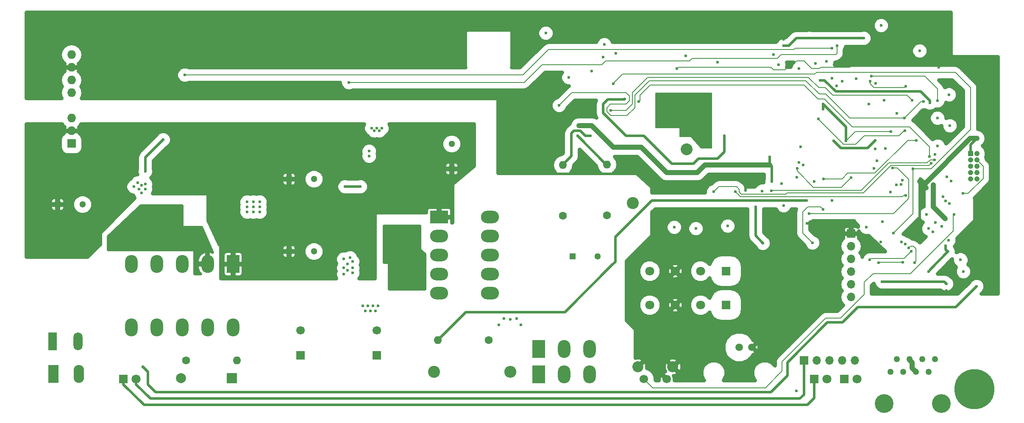
<source format=gbr>
G04 #@! TF.FileFunction,Copper,L4,Bot,Signal*
%FSLAX46Y46*%
G04 Gerber Fmt 4.6, Leading zero omitted, Abs format (unit mm)*
G04 Created by KiCad (PCBNEW 4.0.2-stable) date 4/26/2017 12:46:49 AM*
%MOMM*%
G01*
G04 APERTURE LIST*
%ADD10C,0.100000*%
%ADD11C,1.998980*%
%ADD12R,1.998980X1.998980*%
%ADD13R,1.300000X1.300000*%
%ADD14C,1.300000*%
%ADD15C,1.700000*%
%ADD16R,1.700000X1.700000*%
%ADD17R,1.727200X1.727200*%
%ADD18O,1.727200X1.727200*%
%ADD19O,3.600000X2.500000*%
%ADD20R,3.600000X2.500000*%
%ADD21O,2.500000X3.600000*%
%ADD22R,2.500000X3.600000*%
%ADD23C,1.600000*%
%ADD24O,1.600000X1.600000*%
%ADD25C,2.400000*%
%ADD26O,2.400000X2.400000*%
%ADD27C,2.400000*%
%ADD28C,3.750000*%
%ADD29C,1.250000*%
%ADD30R,2.100000X3.600000*%
%ADD31O,2.100000X3.600000*%
%ADD32C,1.500000*%
%ADD33O,1.700000X1.700000*%
%ADD34R,1.050000X1.050000*%
%ADD35C,1.050000*%
%ADD36C,8.000000*%
%ADD37R,1.800000X1.800000*%
%ADD38C,1.800000*%
%ADD39R,1.800000X3.600000*%
%ADD40O,1.800000X3.600000*%
%ADD41C,2.200000*%
%ADD42C,0.600000*%
%ADD43C,0.500000*%
%ADD44C,0.180000*%
%ADD45C,0.700000*%
%ADD46C,1.000000*%
%ADD47C,0.800000*%
%ADD48C,0.200000*%
G04 APERTURE END LIST*
D10*
D11*
X156464000Y-226824540D03*
D12*
X166624000Y-226824540D03*
D13*
X131826000Y-192024000D03*
D14*
X136826000Y-192024000D03*
D13*
X234696000Y-202438000D03*
D14*
X239696000Y-202438000D03*
D13*
X210566000Y-184912000D03*
D14*
X210566000Y-179912000D03*
D15*
X180340000Y-217250000D03*
D16*
X180340000Y-222250000D03*
D15*
X195580000Y-217250000D03*
D16*
X195580000Y-222250000D03*
D13*
X178054000Y-201422000D03*
D14*
X183054000Y-201422000D03*
D17*
X134620000Y-179832000D03*
D18*
X134620000Y-177292000D03*
X134620000Y-174752000D03*
X134620000Y-169672000D03*
X134620000Y-167132000D03*
X134620000Y-164592000D03*
X134620000Y-162052000D03*
D19*
X208026000Y-209804000D03*
X208026000Y-205994000D03*
X218186000Y-209804000D03*
X218186000Y-205994000D03*
X208026000Y-202184000D03*
X208026000Y-198374000D03*
D20*
X208026000Y-194564000D03*
D19*
X218186000Y-194564000D03*
X218186000Y-198374000D03*
X218186000Y-202184000D03*
D21*
X146558000Y-203962000D03*
X151638000Y-203962000D03*
X146558000Y-216662000D03*
X151638000Y-216662000D03*
X156718000Y-203962000D03*
X161798000Y-203962000D03*
D22*
X166878000Y-203962000D03*
D21*
X166878000Y-216662000D03*
X161798000Y-216662000D03*
X156718000Y-216662000D03*
D23*
X217932000Y-219202000D03*
D24*
X207772000Y-219202000D03*
D25*
X207010000Y-225552000D03*
D26*
X222250000Y-225552000D03*
D23*
X157480000Y-223266000D03*
D24*
X167640000Y-223266000D03*
D25*
X246761000Y-191770000D03*
D27*
X257537307Y-180993693D02*
X257537307Y-180993693D01*
D23*
X232791000Y-194310000D03*
D24*
X232791000Y-184150000D03*
D23*
X241554000Y-194183000D03*
D24*
X241554000Y-184023000D03*
D28*
X308356000Y-231902000D03*
D29*
X299466000Y-223012000D03*
D28*
X296924000Y-231902000D03*
D29*
X302006000Y-223012000D03*
X304546000Y-223012000D03*
X307086000Y-223012000D03*
X298196000Y-225552000D03*
X300736000Y-225552000D03*
X303276000Y-225552000D03*
X305816000Y-225552000D03*
D30*
X131000000Y-226000000D03*
D31*
X136080000Y-226000000D03*
D21*
X238160000Y-226080000D03*
X233080000Y-226080000D03*
D22*
X228000000Y-226080000D03*
X228000000Y-221000000D03*
D21*
X233080000Y-221000000D03*
X238160000Y-221000000D03*
D32*
X268000000Y-220620000D03*
X270540000Y-220620000D03*
D16*
X280924000Y-223266000D03*
D33*
X283464000Y-223266000D03*
X286004000Y-223266000D03*
X288544000Y-223266000D03*
X291084000Y-223266000D03*
D16*
X290322000Y-197866000D03*
D33*
X290322000Y-200406000D03*
X290322000Y-202946000D03*
X290322000Y-205486000D03*
X290322000Y-208026000D03*
X290322000Y-210566000D03*
D34*
X314198000Y-181864000D03*
D35*
X314198000Y-183134000D03*
X314198000Y-184404000D03*
X314198000Y-185674000D03*
X314198000Y-186944000D03*
X315468000Y-183134000D03*
X315468000Y-184404000D03*
X315468000Y-185674000D03*
X315468000Y-186944000D03*
X315468000Y-181864000D03*
D36*
X315000000Y-229000000D03*
D37*
X289000000Y-227000000D03*
D38*
X291540000Y-227000000D03*
D37*
X283000000Y-227000000D03*
D38*
X285540000Y-227000000D03*
D37*
X145000000Y-227000000D03*
D38*
X147540000Y-227000000D03*
D13*
X178054000Y-186944000D03*
D14*
X183054000Y-186944000D03*
D39*
X130810000Y-219456000D03*
D40*
X135890000Y-219456000D03*
D41*
X247750000Y-224500000D03*
X254750000Y-224500000D03*
D15*
X249000000Y-227000000D03*
X253500000Y-227000000D03*
D38*
X260286500Y-212153500D03*
X255206500Y-212153500D03*
X250126500Y-212153500D03*
D37*
X265366500Y-212153500D03*
D38*
X260286500Y-205359000D03*
X255206500Y-205359000D03*
X250126500Y-205359000D03*
D37*
X265366500Y-205359000D03*
D42*
X284734000Y-193040000D03*
X282638500Y-199707500D03*
X269240000Y-189230000D03*
X307848000Y-164592000D03*
X196596000Y-169164000D03*
X219964000Y-170688000D03*
X219964000Y-183388000D03*
X246532400Y-208508600D03*
X262128000Y-187706000D03*
X268986000Y-193294000D03*
X276860000Y-159004000D03*
X274828000Y-162052000D03*
X277876000Y-164338000D03*
X255524000Y-164846000D03*
X258826000Y-159258000D03*
X258064000Y-158496000D03*
X263652000Y-163576000D03*
X243332000Y-158496000D03*
X243332000Y-161798000D03*
X240792000Y-162560000D03*
X295554400Y-183261000D03*
X295173400Y-180949600D03*
X317500000Y-192278000D03*
X238506000Y-165354000D03*
X313436000Y-208280000D03*
X312623200Y-207264000D03*
X296926002Y-171195998D03*
X289306000Y-156972000D03*
X305816000Y-174498000D03*
X294970200Y-184835800D03*
X279400000Y-229362000D03*
X309372000Y-209296000D03*
X301193200Y-199948800D03*
X305816000Y-205486000D03*
X309473600Y-186537600D03*
X300609000Y-187172600D03*
X298246800Y-189560200D03*
X296291000Y-199593200D03*
X309245000Y-200355200D03*
X300431200Y-199593200D03*
X291084000Y-163576000D03*
X302006000Y-163576000D03*
X317855600Y-199632000D03*
X313131200Y-198120000D03*
X288544000Y-167386000D03*
X282956000Y-187452000D03*
X247186660Y-182924660D03*
X251206000Y-195580000D03*
X251460000Y-198882000D03*
X251460000Y-197104000D03*
X250952000Y-194310000D03*
X246634000Y-215646000D03*
X248158000Y-200914000D03*
X253238000Y-198882000D03*
X260604000Y-198120000D03*
X268224000Y-196342000D03*
X274828000Y-195326000D03*
X287782000Y-200152000D03*
X287782000Y-205740000D03*
X286512000Y-211582000D03*
X280162000Y-215138000D03*
X277876000Y-220472000D03*
X279908000Y-183642000D03*
X280289000Y-180467000D03*
X280797000Y-184150000D03*
X236982000Y-174371000D03*
X236982000Y-172085000D03*
X279527000Y-186563000D03*
X237490000Y-185166000D03*
X236728000Y-185166000D03*
X220980000Y-214884000D03*
X223520000Y-214884000D03*
X219964000Y-216154000D03*
X224409000Y-216154000D03*
X222250000Y-215011000D03*
X194310000Y-213360000D03*
X192786000Y-212344000D03*
X193294000Y-213360000D03*
X195326000Y-213360000D03*
X194818000Y-212344000D03*
X193802000Y-212344000D03*
X195834000Y-212344000D03*
X281559000Y-195834000D03*
X284734000Y-195834000D03*
X276517100Y-187833000D03*
X284734000Y-172974000D03*
X241046000Y-160020000D03*
X276860000Y-192278000D03*
X284734000Y-171958000D03*
X298361100Y-177457100D03*
X289306000Y-179324000D03*
X275844000Y-164084000D03*
X286512000Y-191262000D03*
X295198800Y-179222402D03*
X286893000Y-179324000D03*
X274535900Y-187413900D03*
X233934000Y-166624000D03*
X284175200Y-167208202D03*
X306070000Y-171704000D03*
X264414000Y-184150000D03*
X274066000Y-182499000D03*
X236982000Y-176276000D03*
X235966000Y-176276000D03*
X257302000Y-162306000D03*
X272542000Y-189357000D03*
X147828000Y-177800000D03*
X172212000Y-193548000D03*
X189738000Y-203962000D03*
X189738000Y-205232000D03*
X188976000Y-204724000D03*
X188976000Y-202946000D03*
X190754000Y-203454000D03*
X190754000Y-204724000D03*
X190246000Y-202692000D03*
X195072000Y-177292000D03*
X195580000Y-176784000D03*
X194564000Y-176784000D03*
X196088000Y-177292000D03*
X196596000Y-176784000D03*
X172212000Y-192532000D03*
X170942000Y-193548000D03*
X172212000Y-191516000D03*
X170942000Y-192532000D03*
X170942000Y-191516000D03*
X169672000Y-192532000D03*
X169672000Y-193548000D03*
X169672000Y-191516000D03*
X148590000Y-188214000D03*
X147066000Y-188468000D03*
X149352000Y-188976000D03*
X147828000Y-187706000D03*
X148082000Y-188976000D03*
X149352000Y-187960000D03*
X148590000Y-189738000D03*
X188976000Y-205994000D03*
X190754000Y-205740000D03*
X194056000Y-181356000D03*
X194056000Y-182372000D03*
X298678600Y-184772300D03*
X281940000Y-193852800D03*
X305308000Y-188722000D03*
X304038000Y-187452000D03*
X304673000Y-188087000D03*
X314452000Y-178816000D03*
X229362000Y-157734000D03*
X277876000Y-160274000D03*
X276860000Y-160274000D03*
X292862000Y-158750000D03*
X281940000Y-158750000D03*
X303530000Y-199136000D03*
X315468000Y-178816000D03*
X309372000Y-207899000D03*
X302133000Y-207518000D03*
X296545000Y-207518000D03*
X296341800Y-156210000D03*
X297206620Y-180873400D03*
X309118000Y-194881500D03*
X306781200Y-188137800D03*
X255016000Y-196596000D03*
X259334000Y-196850000D03*
X261366000Y-179832000D03*
X261366000Y-178562000D03*
X259334000Y-178562000D03*
X254000000Y-170688000D03*
X254000000Y-171958000D03*
X252476000Y-170688000D03*
X252476000Y-171958000D03*
X290347400Y-186715400D03*
X279590500Y-184835800D03*
X304038000Y-161290000D03*
X307670200Y-180301900D03*
X295287700Y-167767000D03*
X309880000Y-170053000D03*
X305841400Y-196862700D03*
X307200300Y-195668900D03*
X310070500Y-176237900D03*
X306057300Y-182486300D03*
X247942100Y-171475400D03*
X154686000Y-200152000D03*
X151384000Y-200152000D03*
X148844000Y-200152000D03*
X148844000Y-197866000D03*
X148844000Y-195834000D03*
X148844000Y-193294000D03*
X307594000Y-174752000D03*
X309829200Y-199199500D03*
X312762900Y-205460600D03*
X307111400Y-182041800D03*
X308444900Y-196456300D03*
X312750200Y-189826900D03*
X312242200Y-203073000D03*
X294106600Y-203136500D03*
X302387000Y-201422000D03*
X295859200Y-203669900D03*
X300685200Y-203657200D03*
X306374800Y-183781700D03*
X262890000Y-189484000D03*
X274459700Y-189306200D03*
X307060600Y-183095900D03*
X265684000Y-196342000D03*
X310362600Y-187363100D03*
X299466000Y-173799500D03*
X245109994Y-170942000D03*
X265049000Y-178308000D03*
X301294800Y-190233300D03*
X309968900Y-191846200D03*
X267208000Y-189484000D03*
X279984200Y-164820600D03*
X309232300Y-191350900D03*
X308724300Y-190538100D03*
X291338000Y-166878000D03*
X315442600Y-208432400D03*
X148844000Y-224536000D03*
X293878000Y-171958000D03*
X300355000Y-188036200D03*
X235712000Y-178308000D03*
X238252000Y-178308000D03*
X302514000Y-171196000D03*
X242316000Y-173228000D03*
X300990000Y-174752000D03*
X304800000Y-171450000D03*
X232029000Y-172212000D03*
X242824000Y-167894000D03*
X302704500Y-184873900D03*
X298805600Y-197815200D03*
X301244000Y-168402000D03*
X294132000Y-167386000D03*
X301091600Y-177317400D03*
X283819600Y-174879000D03*
X287515300Y-168351200D03*
X299415200Y-188112400D03*
X149352000Y-185420000D03*
X152908000Y-179070000D03*
X281432000Y-191262000D03*
X303441100Y-179197000D03*
X284861000Y-186944000D03*
X303022000Y-203708000D03*
X301879000Y-200710800D03*
X310896000Y-194081400D03*
X294386000Y-166370000D03*
X307632100Y-171259500D03*
X306705000Y-197497700D03*
X157226000Y-166116000D03*
X286512000Y-160782000D03*
X283210000Y-163830000D03*
X293395400Y-196621400D03*
X285483300Y-163385500D03*
X296595800Y-195491100D03*
X305409600Y-194068700D03*
X286588200Y-166827200D03*
X271272000Y-192532000D03*
X272732500Y-199771000D03*
X192278000Y-188468000D03*
X189230000Y-188468000D03*
X202438000Y-207518000D03*
X202438000Y-205232000D03*
X204724000Y-205232000D03*
X204724000Y-202692000D03*
X200152000Y-205486000D03*
X287528000Y-160274000D03*
X189992000Y-167640000D03*
D43*
X306070000Y-205232000D02*
X306070000Y-205105000D01*
X306070000Y-205105000D02*
X309753000Y-201422000D01*
D44*
X284734000Y-193040000D02*
X284226000Y-192532000D01*
X284226000Y-192532000D02*
X281686000Y-192532000D01*
X281686000Y-192532000D02*
X280670000Y-193548000D01*
X280670000Y-193548000D02*
X280670000Y-197739000D01*
X280670000Y-197739000D02*
X282638500Y-199707500D01*
D43*
X309245000Y-200355200D02*
X309245000Y-201041000D01*
X309245000Y-201041000D02*
X309499000Y-201295000D01*
X269240000Y-189230000D02*
X269240000Y-188087000D01*
X269240000Y-188087000D02*
X267843000Y-186690000D01*
X267843000Y-186690000D02*
X262636000Y-186690000D01*
X262636000Y-186690000D02*
X262128000Y-187198000D01*
X262128000Y-187198000D02*
X262128000Y-187706000D01*
X219964000Y-183388000D02*
X228600000Y-183388000D01*
X228600000Y-183388000D02*
X231140000Y-185928000D01*
X231140000Y-185928000D02*
X243078000Y-185928000D01*
X243078000Y-185928000D02*
X246081340Y-182924660D01*
X246081340Y-182924660D02*
X247186660Y-182924660D01*
D44*
X277876000Y-164338000D02*
X278384000Y-164338000D01*
X278384000Y-164338000D02*
X279400000Y-163322000D01*
X279400000Y-163322000D02*
X280924000Y-163322000D01*
X280924000Y-163322000D02*
X282448000Y-164846000D01*
X282448000Y-164846000D02*
X283972000Y-164846000D01*
X283972000Y-164846000D02*
X284226000Y-164592000D01*
X284226000Y-164592000D02*
X290068000Y-164592000D01*
X290068000Y-164592000D02*
X291084000Y-163576000D01*
X255778000Y-164592000D02*
X274320000Y-164592000D01*
X274320000Y-164592000D02*
X274828000Y-165100000D01*
X274828000Y-165100000D02*
X277114000Y-165100000D01*
X277114000Y-165100000D02*
X277876000Y-164338000D01*
X317855600Y-199632000D02*
X317855600Y-199644000D01*
D45*
X247186660Y-182924660D02*
X247142000Y-182880000D01*
D43*
X281559000Y-195834000D02*
X284734000Y-195834000D01*
X284734000Y-171958000D02*
X284734000Y-172974000D01*
X289306000Y-179324000D02*
X289306000Y-176530000D01*
X289306000Y-176530000D02*
X284734000Y-171958000D01*
D44*
X298361100Y-177457100D02*
X291172900Y-177457100D01*
X291172900Y-177457100D02*
X289306000Y-179324000D01*
D43*
X294898801Y-179522401D02*
X295198800Y-179222402D01*
X293624002Y-180797200D02*
X294898801Y-179522401D01*
X286893000Y-179324000D02*
X288366200Y-180797200D01*
X288366200Y-180797200D02*
X293624002Y-180797200D01*
X274535900Y-184365900D02*
X274535900Y-186989636D01*
X274066000Y-183896000D02*
X274535900Y-184365900D01*
X274535900Y-186989636D02*
X274535900Y-187413900D01*
X284599464Y-167208202D02*
X284175200Y-167208202D01*
X285064202Y-167208202D02*
X284599464Y-167208202D01*
X287274000Y-169418000D02*
X285064202Y-167208202D01*
X306070000Y-171279736D02*
X304208264Y-169418000D01*
X304208264Y-169418000D02*
X287274000Y-169418000D01*
X306070000Y-171704000D02*
X306070000Y-171279736D01*
D46*
X236982000Y-176276000D02*
X235966000Y-176276000D01*
X264414000Y-184150000D02*
X261112000Y-184150000D01*
X261112000Y-184150000D02*
X259588000Y-185674000D01*
X259588000Y-185674000D02*
X253492000Y-185674000D01*
X253492000Y-185674000D02*
X248412000Y-180594000D01*
X248412000Y-180594000D02*
X242824000Y-180594000D01*
X242824000Y-180594000D02*
X238506000Y-176276000D01*
X238506000Y-176276000D02*
X236982000Y-176276000D01*
X264414000Y-184150000D02*
X274066000Y-184150000D01*
D43*
X274066000Y-184150000D02*
X274066000Y-183896000D01*
X274066000Y-182499000D02*
X274066000Y-183896000D01*
D44*
X301854801Y-186996001D02*
X299631100Y-184772300D01*
X299631100Y-184772300D02*
X298678600Y-184772300D01*
X298856400Y-193852800D02*
X301854801Y-190854399D01*
X301854801Y-190854399D02*
X301854801Y-186996001D01*
X281940000Y-193852800D02*
X298856400Y-193852800D01*
D43*
X304673000Y-188087000D02*
X304673000Y-192151000D01*
X304673000Y-192151000D02*
X304038000Y-192786000D01*
X304038000Y-192786000D02*
X304038000Y-198628000D01*
X304038000Y-198628000D02*
X303530000Y-199136000D01*
X145000000Y-227000000D02*
X145000000Y-228058000D01*
X145000000Y-228058000D02*
X149098000Y-232156000D01*
X149098000Y-232156000D02*
X281635200Y-232156000D01*
X281635200Y-232156000D02*
X283000000Y-230791200D01*
X283000000Y-230791200D02*
X283000000Y-227000000D01*
D46*
X314452000Y-178816000D02*
X314159900Y-178816000D01*
X314159900Y-178816000D02*
X304888900Y-188087000D01*
X304888900Y-188087000D02*
X304673000Y-188087000D01*
X304673000Y-188087000D02*
X304038000Y-187452000D01*
X304673000Y-188087000D02*
X305308000Y-188722000D01*
X314452000Y-178816000D02*
X315468000Y-178816000D01*
D43*
X281940000Y-158750000D02*
X279400000Y-158750000D01*
X279400000Y-158750000D02*
X277876000Y-160274000D01*
X277876000Y-160274000D02*
X276860000Y-160274000D01*
X292862000Y-158750000D02*
X281940000Y-158750000D01*
X314198000Y-181864000D02*
X314198000Y-180086000D01*
X314198000Y-180086000D02*
X315468000Y-178816000D01*
X296545000Y-207518000D02*
X302133000Y-207518000D01*
X302133000Y-207518000D02*
X308991000Y-207518000D01*
X308991000Y-207518000D02*
X309372000Y-207899000D01*
X145000000Y-227000000D02*
X145000000Y-227550000D01*
D46*
X306781200Y-192544700D02*
X308818001Y-194581501D01*
X306781200Y-188137800D02*
X306781200Y-192544700D01*
X308818001Y-194581501D02*
X309118000Y-194881500D01*
D44*
X290347400Y-186715400D02*
X288455100Y-188607700D01*
X288455100Y-188607700D02*
X282867100Y-188607700D01*
X282867100Y-188607700D02*
X279590500Y-185331100D01*
X279590500Y-185331100D02*
X279590500Y-184835800D01*
X248189750Y-171227750D02*
X248189750Y-170148250D01*
X248189750Y-170148250D02*
X250190000Y-168148000D01*
X250190000Y-168148000D02*
X280924000Y-168148000D01*
X280924000Y-168148000D02*
X283718000Y-170942000D01*
X283718000Y-170942000D02*
X285064200Y-170942000D01*
X285064200Y-170942000D02*
X285297601Y-171175401D01*
X306057300Y-180492400D02*
X306057300Y-182062036D01*
X290639500Y-176517300D02*
X302082200Y-176517300D01*
X302082200Y-176517300D02*
X306057300Y-180492400D01*
X285297601Y-171175401D02*
X290639500Y-176517300D01*
X247942100Y-171475400D02*
X248189750Y-171227750D01*
X248189750Y-171227750D02*
X248242099Y-171175401D01*
X306057300Y-182062036D02*
X306057300Y-182486300D01*
X313771364Y-189826900D02*
X313174464Y-189826900D01*
X316738000Y-186860264D02*
X313771364Y-189826900D01*
X316738000Y-184404000D02*
X316738000Y-186860264D01*
X315468000Y-183134000D02*
X316738000Y-184404000D01*
X313174464Y-189826900D02*
X312750200Y-189826900D01*
X294106600Y-203136500D02*
X294347900Y-202895200D01*
X294347900Y-202895200D02*
X300913800Y-202895200D01*
X300913800Y-202895200D02*
X302387000Y-201422000D01*
X295859200Y-203669900D02*
X295871900Y-203657200D01*
X295871900Y-203657200D02*
X300685200Y-203657200D01*
D46*
X302006000Y-223012000D02*
X302006000Y-223139000D01*
X302006000Y-223139000D02*
X302514000Y-223647000D01*
X302514000Y-223647000D02*
X302514000Y-224790000D01*
X302514000Y-224790000D02*
X303276000Y-225552000D01*
D44*
X306374800Y-183781700D02*
X305944201Y-184212299D01*
X305944201Y-184212299D02*
X298324201Y-184212299D01*
X298324201Y-184212299D02*
X292798500Y-189738000D01*
X268020800Y-189026800D02*
X267462000Y-188468000D01*
X292798500Y-189738000D02*
X277586302Y-189738000D01*
X277586302Y-189738000D02*
X277332302Y-189992000D01*
X277332302Y-189992000D02*
X268465300Y-189992000D01*
X268465300Y-189992000D02*
X268020800Y-189547500D01*
X268020800Y-189547500D02*
X268020800Y-189026800D01*
X267462000Y-188468000D02*
X263906000Y-188468000D01*
X263906000Y-188468000D02*
X262890000Y-189484000D01*
X307060600Y-183095900D02*
X306158900Y-183095900D01*
X306158900Y-183095900D02*
X305523900Y-183730900D01*
X305523900Y-183730900D02*
X297929300Y-183730900D01*
X297929300Y-183730900D02*
X292430200Y-189230000D01*
X292430200Y-189230000D02*
X274535900Y-189230000D01*
X274535900Y-189230000D02*
X274459700Y-189306200D01*
D43*
X258826000Y-183896000D02*
X259842000Y-182880000D01*
X259842000Y-182880000D02*
X263652000Y-182880000D01*
X263652000Y-182880000D02*
X265049000Y-181483000D01*
X265049000Y-181483000D02*
X265049000Y-178308000D01*
X245364000Y-178308000D02*
X248920000Y-178308000D01*
X248920000Y-178308000D02*
X254508000Y-183896000D01*
X254508000Y-183896000D02*
X258826000Y-183896000D01*
X245364000Y-178308000D02*
X240792000Y-173736000D01*
X245110000Y-170942000D02*
X245109994Y-170942000D01*
X240792000Y-173736000D02*
X240792000Y-171958000D01*
X240792000Y-171958000D02*
X241759494Y-170990506D01*
X241759494Y-170990506D02*
X245158506Y-170990506D01*
X245158506Y-170990506D02*
X245110000Y-170942000D01*
D44*
X267208000Y-189484000D02*
X268224000Y-190500000D01*
X268224000Y-190500000D02*
X300603836Y-190500000D01*
X300603836Y-190500000D02*
X300870536Y-190233300D01*
X300870536Y-190233300D02*
X301294800Y-190233300D01*
D43*
X148844000Y-224536000D02*
X149860000Y-225552000D01*
X149860000Y-225552000D02*
X149860000Y-228092000D01*
X149860000Y-228092000D02*
X151384000Y-229616000D01*
X274320000Y-229616000D02*
X277622000Y-226314000D01*
X277622000Y-226314000D02*
X277622000Y-223647000D01*
X151384000Y-229616000D02*
X274320000Y-229616000D01*
X277622000Y-223647000D02*
X285623000Y-215646000D01*
X285623000Y-215646000D02*
X288696400Y-215646000D01*
X288696400Y-215646000D02*
X291719000Y-212623400D01*
X291719000Y-212623400D02*
X311251600Y-212623400D01*
X311251600Y-212623400D02*
X315442600Y-208432400D01*
X241554000Y-184023000D02*
X241427000Y-184023000D01*
X241427000Y-184023000D02*
X235712000Y-178308000D01*
X234950000Y-177292000D02*
X236220000Y-177292000D01*
X236220000Y-177292000D02*
X237236000Y-178308000D01*
X237236000Y-178308000D02*
X238252000Y-178308000D01*
X232791000Y-184150000D02*
X232791000Y-184023000D01*
X232791000Y-184023000D02*
X234442000Y-182372000D01*
X234442000Y-177800000D02*
X234950000Y-177292000D01*
X234442000Y-182372000D02*
X234442000Y-177800000D01*
D44*
X242316000Y-173228000D02*
X245364000Y-173228000D01*
X245364000Y-173228000D02*
X246634000Y-171958000D01*
X249707400Y-166598600D02*
X281838400Y-166598600D01*
X286740600Y-170180000D02*
X301498000Y-170180000D01*
X246634000Y-171958000D02*
X246634000Y-169672000D01*
X301498000Y-170180000D02*
X302514000Y-171196000D01*
X246634000Y-169672000D02*
X249707400Y-166598600D01*
X281838400Y-166598600D02*
X283895800Y-168656000D01*
X283895800Y-168656000D02*
X285216600Y-168656000D01*
X285216600Y-168656000D02*
X286740600Y-170180000D01*
X300990000Y-174752000D02*
X290068000Y-174752000D01*
X246049800Y-171272200D02*
X246049800Y-170357800D01*
X290068000Y-174752000D02*
X285242000Y-169926000D01*
X283972000Y-169926000D02*
X281330400Y-167284400D01*
X285242000Y-169926000D02*
X283972000Y-169926000D01*
X281330400Y-167284400D02*
X250037600Y-167284400D01*
X242341400Y-174269400D02*
X241554000Y-173482000D01*
X245592600Y-174269400D02*
X242341400Y-174269400D01*
X247142000Y-172720000D02*
X245592600Y-174269400D01*
X247142000Y-170180000D02*
X247142000Y-172720000D01*
X250037600Y-167284400D02*
X247142000Y-170180000D01*
X242290600Y-171958000D02*
X245364000Y-171958000D01*
X241554000Y-172694600D02*
X242290600Y-171958000D01*
X241554000Y-173482000D02*
X241554000Y-172694600D01*
X245364000Y-171958000D02*
X246049800Y-171272200D01*
X246049800Y-170357800D02*
X245364000Y-169672000D01*
X245364000Y-169672000D02*
X234569000Y-169672000D01*
X234569000Y-169672000D02*
X232328999Y-171912001D01*
X232328999Y-171912001D02*
X232029000Y-172212000D01*
X300990000Y-174752000D02*
X304292000Y-171450000D01*
X304292000Y-171450000D02*
X304800000Y-171450000D01*
X242824000Y-167894000D02*
X242824000Y-167843200D01*
X306324000Y-184912000D02*
X302742600Y-184912000D01*
X314198000Y-177038000D02*
X306324000Y-184912000D01*
X314198000Y-168656000D02*
X314198000Y-177038000D01*
X302742600Y-184912000D02*
X302704500Y-184873900D01*
X311150000Y-165608000D02*
X314198000Y-168656000D01*
X283464000Y-165608000D02*
X311150000Y-165608000D01*
X283108400Y-165963600D02*
X283464000Y-165608000D01*
X244703600Y-165963600D02*
X283108400Y-165963600D01*
X242824000Y-167843200D02*
X244703600Y-165963600D01*
X302704500Y-184873900D02*
X302704500Y-193916300D01*
X302704500Y-193916300D02*
X298805600Y-197815200D01*
X301244000Y-168402000D02*
X300990000Y-168656000D01*
X300990000Y-168656000D02*
X294894000Y-168656000D01*
X294894000Y-168656000D02*
X294132000Y-167894000D01*
X294132000Y-167894000D02*
X294132000Y-167386000D01*
X301091600Y-177317400D02*
X300939200Y-177317400D01*
X300939200Y-177317400D02*
X299948600Y-178308000D01*
X299948600Y-178308000D02*
X292989000Y-178308000D01*
X292989000Y-178308000D02*
X291287200Y-180009800D01*
X291287200Y-180009800D02*
X288798000Y-180009800D01*
X288798000Y-180009800D02*
X283819600Y-175031400D01*
X283819600Y-175031400D02*
X283819600Y-174879000D01*
D43*
X149352000Y-182626000D02*
X149352000Y-185420000D01*
X152908000Y-179070000D02*
X149352000Y-182626000D01*
X243255800Y-203377800D02*
X243255800Y-203530200D01*
X243255800Y-203530200D02*
X242620800Y-204165200D01*
X207772000Y-219202000D02*
X213360000Y-213614000D01*
X233172000Y-213614000D02*
X242620800Y-204165200D01*
X213360000Y-213614000D02*
X233172000Y-213614000D01*
X281432000Y-191262000D02*
X250571000Y-191262000D01*
X250571000Y-191262000D02*
X243255800Y-198577200D01*
X243255800Y-198577200D02*
X243255800Y-203377800D01*
D44*
X284861000Y-186944000D02*
X288544000Y-186944000D01*
X288544000Y-186944000D02*
X289699700Y-185788300D01*
X289699700Y-185788300D02*
X295109900Y-185788300D01*
X295109900Y-185788300D02*
X301701200Y-179197000D01*
X301701200Y-179197000D02*
X303441100Y-179197000D01*
X303022000Y-203708000D02*
X303276000Y-203454000D01*
X303276000Y-203454000D02*
X303276000Y-200914000D01*
X303276000Y-200914000D02*
X302768000Y-200406000D01*
X302768000Y-200406000D02*
X302183800Y-200406000D01*
X302183800Y-200406000D02*
X301879000Y-200710800D01*
X310896000Y-194081400D02*
X310730900Y-194246500D01*
X294728900Y-205867000D02*
X292976300Y-207619600D01*
X310730900Y-194246500D02*
X310730900Y-197370700D01*
X310730900Y-197370700D02*
X302234600Y-205867000D01*
X302234600Y-205867000D02*
X294728900Y-205867000D01*
X292976300Y-207619600D02*
X292976300Y-210070700D01*
X292976300Y-210070700D02*
X288213800Y-214833200D01*
X288213800Y-214833200D02*
X285292800Y-214833200D01*
X285292800Y-214833200D02*
X276580600Y-223545400D01*
X276580600Y-223545400D02*
X276580600Y-225386900D01*
X276580600Y-225386900D02*
X273240500Y-228727000D01*
X273240500Y-228727000D02*
X250727000Y-228727000D01*
X250727000Y-228727000D02*
X249000000Y-227000000D01*
X294386000Y-166370000D02*
X305054000Y-166370000D01*
X305054000Y-166370000D02*
X307632100Y-168948100D01*
X307632100Y-168948100D02*
X307632100Y-171259500D01*
X286512000Y-160782000D02*
X279146000Y-160782000D01*
X279146000Y-160782000D02*
X278892000Y-161036000D01*
X278892000Y-161036000D02*
X229870000Y-161036000D01*
X229870000Y-161036000D02*
X224790000Y-166116000D01*
X224790000Y-166116000D02*
X157226000Y-166116000D01*
D43*
X271272000Y-192532000D02*
X271272000Y-198310500D01*
X271272000Y-198310500D02*
X272732500Y-199771000D01*
X189230000Y-188468000D02*
X192278000Y-188468000D01*
D44*
X287528000Y-160274000D02*
X287528000Y-161798000D01*
X287528000Y-161798000D02*
X287274000Y-162052000D01*
X258572000Y-162814000D02*
X258064000Y-163322000D01*
X240538000Y-164084000D02*
X228600000Y-164084000D01*
X287274000Y-162052000D02*
X276352000Y-162052000D01*
X276352000Y-162052000D02*
X275590000Y-162814000D01*
X275590000Y-162814000D02*
X258572000Y-162814000D01*
X258064000Y-163322000D02*
X241300000Y-163322000D01*
X241300000Y-163322000D02*
X240538000Y-164084000D01*
X228600000Y-164084000D02*
X225044000Y-167640000D01*
X225044000Y-167640000D02*
X189992000Y-167640000D01*
D43*
X280924000Y-223266000D02*
X280924000Y-230098600D01*
X280924000Y-230098600D02*
X280136600Y-230886000D01*
X147540000Y-227000000D02*
X147540000Y-228058000D01*
X147540000Y-228058000D02*
X150368000Y-230886000D01*
X150368000Y-230886000D02*
X280136600Y-230886000D01*
D47*
G36*
X269622000Y-192990388D02*
X269622000Y-198310500D01*
X269747599Y-198941928D01*
X270074631Y-199431366D01*
X270105274Y-199477226D01*
X271240975Y-200612927D01*
X271290470Y-200732715D01*
X271768270Y-201211350D01*
X272392866Y-201470704D01*
X273069167Y-201471294D01*
X273694215Y-201213030D01*
X274172850Y-200735230D01*
X274432204Y-200110634D01*
X274432794Y-199434333D01*
X274174530Y-198809285D01*
X273696730Y-198330650D01*
X273575095Y-198280143D01*
X272922000Y-197627048D01*
X272922000Y-192991335D01*
X272954943Y-192912000D01*
X275282561Y-192912000D01*
X275417970Y-193239715D01*
X275895770Y-193718350D01*
X276520366Y-193977704D01*
X277196667Y-193978294D01*
X277821715Y-193720030D01*
X278300350Y-193242230D01*
X278437473Y-192912000D01*
X279337386Y-192912000D01*
X279293419Y-192977801D01*
X279232791Y-193282601D01*
X279180000Y-193548000D01*
X279180000Y-197739000D01*
X279293419Y-198309199D01*
X279616411Y-198792589D01*
X280987648Y-200163826D01*
X281196470Y-200669215D01*
X281674270Y-201147850D01*
X282298866Y-201407204D01*
X282975167Y-201407794D01*
X283600215Y-201149530D01*
X284078850Y-200671730D01*
X284338204Y-200047134D01*
X284338794Y-199370833D01*
X284080530Y-198745785D01*
X283602730Y-198267150D01*
X283094146Y-198055968D01*
X282160000Y-197121822D01*
X282160000Y-196876762D01*
X288772000Y-196876762D01*
X288772000Y-197591000D01*
X288947000Y-197766000D01*
X290222000Y-197766000D01*
X290222000Y-196491000D01*
X290047000Y-196316000D01*
X289332761Y-196316000D01*
X289075482Y-196422569D01*
X288878568Y-196619482D01*
X288772000Y-196876762D01*
X282160000Y-196876762D01*
X282160000Y-195552992D01*
X282276667Y-195553094D01*
X282785618Y-195342800D01*
X290941402Y-195342800D01*
X290969514Y-195481622D01*
X291062696Y-195616185D01*
X291715071Y-196235105D01*
X291695696Y-196281766D01*
X291695462Y-196549513D01*
X291568518Y-196422569D01*
X291311239Y-196316000D01*
X290597000Y-196316000D01*
X290422000Y-196491000D01*
X290422000Y-197766000D01*
X291697000Y-197766000D01*
X291872000Y-197591000D01*
X291872000Y-197386184D01*
X291953370Y-197583115D01*
X292431170Y-198061750D01*
X293055766Y-198321104D01*
X293732067Y-198321694D01*
X293859116Y-198269199D01*
X297164631Y-201405200D01*
X294347900Y-201405200D01*
X294190178Y-201436573D01*
X293769933Y-201436206D01*
X293144885Y-201694470D01*
X292666250Y-202172270D01*
X292528272Y-202504559D01*
X292444809Y-202084962D01*
X292171549Y-201676000D01*
X292444809Y-201267038D01*
X292616080Y-200406000D01*
X292444809Y-199544962D01*
X291957070Y-198815010D01*
X291872000Y-198758168D01*
X291872000Y-198141000D01*
X291697000Y-197966000D01*
X290422000Y-197966000D01*
X290422000Y-197986000D01*
X290222000Y-197986000D01*
X290222000Y-197966000D01*
X288947000Y-197966000D01*
X288772000Y-198141000D01*
X288772000Y-198758168D01*
X288686930Y-198815010D01*
X288199191Y-199544962D01*
X288027920Y-200406000D01*
X288199191Y-201267038D01*
X288472451Y-201676000D01*
X288199191Y-202084962D01*
X288027920Y-202946000D01*
X288199191Y-203807038D01*
X288472451Y-204216000D01*
X288199191Y-204624962D01*
X288027920Y-205486000D01*
X288199191Y-206347038D01*
X288472451Y-206756000D01*
X288199191Y-207164962D01*
X288027920Y-208026000D01*
X288199191Y-208887038D01*
X288472451Y-209296000D01*
X288199191Y-209704962D01*
X288027920Y-210566000D01*
X288199191Y-211427038D01*
X288686930Y-212156990D01*
X288744419Y-212195403D01*
X287596622Y-213343200D01*
X285292800Y-213343200D01*
X284722602Y-213456619D01*
X284487065Y-213614000D01*
X284239211Y-213779611D01*
X275527011Y-222491811D01*
X275204019Y-222975201D01*
X275119749Y-223398858D01*
X275090600Y-223545400D01*
X275090600Y-224246262D01*
X274469625Y-223624202D01*
X273569473Y-223250427D01*
X272594803Y-223249576D01*
X271694000Y-223621780D01*
X271004202Y-224310375D01*
X270630427Y-225210527D01*
X270629576Y-226185197D01*
X271001780Y-227086000D01*
X271152517Y-227237000D01*
X264848166Y-227237000D01*
X264995798Y-227089625D01*
X265369573Y-226189473D01*
X265370424Y-225214803D01*
X264998220Y-224314000D01*
X264309625Y-223624202D01*
X263409473Y-223250427D01*
X262434803Y-223249576D01*
X261534000Y-223621780D01*
X260844202Y-224310375D01*
X260470427Y-225210527D01*
X260469576Y-226185197D01*
X260841780Y-227086000D01*
X260992517Y-227237000D01*
X255056149Y-227237000D01*
X255042138Y-226654503D01*
X254894473Y-226298008D01*
X255135442Y-226294334D01*
X255746237Y-226041333D01*
X255851142Y-225742563D01*
X254750000Y-224641421D01*
X254735858Y-224655564D01*
X254594437Y-224514143D01*
X254608579Y-224500000D01*
X254891421Y-224500000D01*
X255992563Y-225601142D01*
X256291333Y-225496237D01*
X256555250Y-224830560D01*
X256544334Y-224114558D01*
X256291333Y-223503763D01*
X255992563Y-223398858D01*
X254891421Y-224500000D01*
X254608579Y-224500000D01*
X253507437Y-223398858D01*
X253208667Y-223503763D01*
X252944750Y-224169440D01*
X252955666Y-224885442D01*
X253192394Y-225456951D01*
X253154503Y-225457862D01*
X252653847Y-225665240D01*
X252579486Y-225938064D01*
X253500000Y-226858579D01*
X253514142Y-226844436D01*
X253655564Y-226985858D01*
X253641421Y-227000000D01*
X253655564Y-227014143D01*
X253514143Y-227155564D01*
X253500000Y-227141421D01*
X253485858Y-227155564D01*
X253344437Y-227014143D01*
X253358579Y-227000000D01*
X252438064Y-226079486D01*
X252165240Y-226153847D01*
X251943034Y-226729047D01*
X251955252Y-227237000D01*
X251344178Y-227237000D01*
X251249876Y-227142698D01*
X251250390Y-226554411D01*
X250908569Y-225727142D01*
X250276187Y-225093655D01*
X249554694Y-224794065D01*
X249544334Y-224114558D01*
X249291333Y-223503763D01*
X248992563Y-223398858D01*
X247891421Y-224500000D01*
X247905564Y-224514143D01*
X247764143Y-224655564D01*
X247750000Y-224641421D01*
X247735858Y-224655564D01*
X247594437Y-224514143D01*
X247608579Y-224500000D01*
X247594437Y-224485858D01*
X247735858Y-224344437D01*
X247750000Y-224358579D01*
X248851142Y-223257437D01*
X253648858Y-223257437D01*
X254750000Y-224358579D01*
X255851142Y-223257437D01*
X255746237Y-222958667D01*
X255080560Y-222694750D01*
X254364558Y-222705666D01*
X253753763Y-222958667D01*
X253648858Y-223257437D01*
X248851142Y-223257437D01*
X248746237Y-222958667D01*
X248080560Y-222694750D01*
X247364558Y-222705666D01*
X247288000Y-222737378D01*
X247288000Y-221243825D01*
X264849455Y-221243825D01*
X265328003Y-222402001D01*
X266213339Y-223288883D01*
X267370677Y-223769452D01*
X268623825Y-223770545D01*
X269782001Y-223291997D01*
X270668883Y-222406661D01*
X270811640Y-222062863D01*
X270869513Y-222061218D01*
X271326094Y-221872096D01*
X271388221Y-221609642D01*
X271113789Y-221335210D01*
X271149452Y-221249323D01*
X271149593Y-221088172D01*
X271529642Y-221468221D01*
X271792096Y-221406094D01*
X271997612Y-220867100D01*
X271981218Y-220290487D01*
X271792096Y-219833906D01*
X271529642Y-219771779D01*
X271150410Y-220151011D01*
X271150545Y-219996175D01*
X271113079Y-219905500D01*
X271388221Y-219630358D01*
X271326094Y-219367904D01*
X270809572Y-219170957D01*
X270671997Y-218837999D01*
X269786661Y-217951117D01*
X268629323Y-217470548D01*
X267376175Y-217469455D01*
X266217999Y-217948003D01*
X265331117Y-218833339D01*
X264850548Y-219990677D01*
X264849455Y-221243825D01*
X247288000Y-221243825D01*
X247288000Y-217170000D01*
X247256486Y-217014378D01*
X247170843Y-216887157D01*
X245510000Y-215226314D01*
X245510000Y-212608991D01*
X247826101Y-212608991D01*
X248175518Y-213454643D01*
X248821953Y-214102208D01*
X249666995Y-214453100D01*
X250581991Y-214453899D01*
X251427643Y-214104482D01*
X252075208Y-213458047D01*
X252160943Y-213251572D01*
X254249849Y-213251572D01*
X254330324Y-213529584D01*
X254923623Y-213760133D01*
X255559988Y-213746088D01*
X256082676Y-213529584D01*
X256163151Y-213251572D01*
X255206500Y-212294921D01*
X254249849Y-213251572D01*
X252160943Y-213251572D01*
X252426100Y-212613005D01*
X252426748Y-211870623D01*
X253599867Y-211870623D01*
X253613912Y-212506988D01*
X253830416Y-213029676D01*
X254108428Y-213110151D01*
X255065079Y-212153500D01*
X255347921Y-212153500D01*
X256304572Y-213110151D01*
X256582584Y-213029676D01*
X256746057Y-212608991D01*
X257986101Y-212608991D01*
X258335518Y-213454643D01*
X258981953Y-214102208D01*
X259826995Y-214453100D01*
X260741991Y-214453899D01*
X261587643Y-214104482D01*
X262117679Y-213575371D01*
X262186832Y-213942887D01*
X262712458Y-214759734D01*
X263514473Y-215307727D01*
X264466500Y-215500518D01*
X266266500Y-215500518D01*
X267155887Y-215333168D01*
X267972734Y-214807542D01*
X268520727Y-214005527D01*
X268713518Y-213053500D01*
X268713518Y-211253500D01*
X268546168Y-210364113D01*
X268020542Y-209547266D01*
X267218527Y-208999273D01*
X266266500Y-208806482D01*
X264466500Y-208806482D01*
X263577113Y-208973832D01*
X262760266Y-209499458D01*
X262212273Y-210301473D01*
X262123781Y-210738457D01*
X261591047Y-210204792D01*
X260746005Y-209853900D01*
X259831009Y-209853101D01*
X258985357Y-210202518D01*
X258337792Y-210848953D01*
X257986900Y-211693995D01*
X257986101Y-212608991D01*
X256746057Y-212608991D01*
X256813133Y-212436377D01*
X256799088Y-211800012D01*
X256582584Y-211277324D01*
X256304572Y-211196849D01*
X255347921Y-212153500D01*
X255065079Y-212153500D01*
X254108428Y-211196849D01*
X253830416Y-211277324D01*
X253599867Y-211870623D01*
X252426748Y-211870623D01*
X252426899Y-211698009D01*
X252161390Y-211055428D01*
X254249849Y-211055428D01*
X255206500Y-212012079D01*
X256163151Y-211055428D01*
X256082676Y-210777416D01*
X255489377Y-210546867D01*
X254853012Y-210560912D01*
X254330324Y-210777416D01*
X254249849Y-211055428D01*
X252161390Y-211055428D01*
X252077482Y-210852357D01*
X251431047Y-210204792D01*
X250586005Y-209853900D01*
X249671009Y-209853101D01*
X248825357Y-210202518D01*
X248177792Y-210848953D01*
X247826900Y-211693995D01*
X247826101Y-212608991D01*
X245510000Y-212608991D01*
X245510000Y-205814491D01*
X247826101Y-205814491D01*
X248175518Y-206660143D01*
X248821953Y-207307708D01*
X249666995Y-207658600D01*
X250581991Y-207659399D01*
X251427643Y-207309982D01*
X252075208Y-206663547D01*
X252160943Y-206457072D01*
X254249849Y-206457072D01*
X254330324Y-206735084D01*
X254923623Y-206965633D01*
X255559988Y-206951588D01*
X256082676Y-206735084D01*
X256163151Y-206457072D01*
X255206500Y-205500421D01*
X254249849Y-206457072D01*
X252160943Y-206457072D01*
X252426100Y-205818505D01*
X252426748Y-205076123D01*
X253599867Y-205076123D01*
X253613912Y-205712488D01*
X253830416Y-206235176D01*
X254108428Y-206315651D01*
X255065079Y-205359000D01*
X255347921Y-205359000D01*
X256304572Y-206315651D01*
X256582584Y-206235176D01*
X256746057Y-205814491D01*
X257986101Y-205814491D01*
X258335518Y-206660143D01*
X258981953Y-207307708D01*
X259826995Y-207658600D01*
X260741991Y-207659399D01*
X261587643Y-207309982D01*
X262117679Y-206780871D01*
X262186832Y-207148387D01*
X262712458Y-207965234D01*
X263514473Y-208513227D01*
X264466500Y-208706018D01*
X266266500Y-208706018D01*
X267155887Y-208538668D01*
X267972734Y-208013042D01*
X268520727Y-207211027D01*
X268713518Y-206259000D01*
X268713518Y-204459000D01*
X268546168Y-203569613D01*
X268020542Y-202752766D01*
X267218527Y-202204773D01*
X266266500Y-202011982D01*
X264466500Y-202011982D01*
X263577113Y-202179332D01*
X262760266Y-202704958D01*
X262212273Y-203506973D01*
X262123781Y-203943957D01*
X261591047Y-203410292D01*
X260746005Y-203059400D01*
X259831009Y-203058601D01*
X258985357Y-203408018D01*
X258337792Y-204054453D01*
X257986900Y-204899495D01*
X257986101Y-205814491D01*
X256746057Y-205814491D01*
X256813133Y-205641877D01*
X256799088Y-205005512D01*
X256582584Y-204482824D01*
X256304572Y-204402349D01*
X255347921Y-205359000D01*
X255065079Y-205359000D01*
X254108428Y-204402349D01*
X253830416Y-204482824D01*
X253599867Y-205076123D01*
X252426748Y-205076123D01*
X252426899Y-204903509D01*
X252161390Y-204260928D01*
X254249849Y-204260928D01*
X255206500Y-205217579D01*
X256163151Y-204260928D01*
X256082676Y-203982916D01*
X255489377Y-203752367D01*
X254853012Y-203766412D01*
X254330324Y-203982916D01*
X254249849Y-204260928D01*
X252161390Y-204260928D01*
X252077482Y-204057857D01*
X251431047Y-203410292D01*
X250586005Y-203059400D01*
X249671009Y-203058601D01*
X248825357Y-203408018D01*
X248177792Y-204054453D01*
X247826900Y-204899495D01*
X247826101Y-205814491D01*
X245510000Y-205814491D01*
X245510000Y-203365686D01*
X250472843Y-198402843D01*
X250560600Y-198270517D01*
X250590000Y-198120000D01*
X250590000Y-196932667D01*
X253315706Y-196932667D01*
X253573970Y-197557715D01*
X254051770Y-198036350D01*
X254676366Y-198295704D01*
X255352667Y-198296294D01*
X255977715Y-198038030D01*
X256456350Y-197560230D01*
X256611466Y-197186667D01*
X257633706Y-197186667D01*
X257891970Y-197811715D01*
X258369770Y-198290350D01*
X258994366Y-198549704D01*
X259670667Y-198550294D01*
X260295715Y-198292030D01*
X260774350Y-197814230D01*
X261033704Y-197189634D01*
X261034149Y-196678667D01*
X263983706Y-196678667D01*
X264241970Y-197303715D01*
X264719770Y-197782350D01*
X265344366Y-198041704D01*
X266020667Y-198042294D01*
X266645715Y-197784030D01*
X267124350Y-197306230D01*
X267383704Y-196681634D01*
X267384294Y-196005333D01*
X267126030Y-195380285D01*
X266648230Y-194901650D01*
X266023634Y-194642296D01*
X265347333Y-194641706D01*
X264722285Y-194899970D01*
X264243650Y-195377770D01*
X263984296Y-196002366D01*
X263983706Y-196678667D01*
X261034149Y-196678667D01*
X261034294Y-196513333D01*
X260776030Y-195888285D01*
X260298230Y-195409650D01*
X259673634Y-195150296D01*
X258997333Y-195149706D01*
X258372285Y-195407970D01*
X257893650Y-195885770D01*
X257634296Y-196510366D01*
X257633706Y-197186667D01*
X256611466Y-197186667D01*
X256715704Y-196935634D01*
X256716294Y-196259333D01*
X256458030Y-195634285D01*
X255980230Y-195155650D01*
X255355634Y-194896296D01*
X254679333Y-194895706D01*
X254054285Y-195153970D01*
X253575650Y-195631770D01*
X253316296Y-196256366D01*
X253315706Y-196932667D01*
X250590000Y-196932667D01*
X250590000Y-193576452D01*
X251254452Y-192912000D01*
X269589611Y-192912000D01*
X269622000Y-192990388D01*
X269622000Y-192990388D01*
G37*
X269622000Y-192990388D02*
X269622000Y-198310500D01*
X269747599Y-198941928D01*
X270074631Y-199431366D01*
X270105274Y-199477226D01*
X271240975Y-200612927D01*
X271290470Y-200732715D01*
X271768270Y-201211350D01*
X272392866Y-201470704D01*
X273069167Y-201471294D01*
X273694215Y-201213030D01*
X274172850Y-200735230D01*
X274432204Y-200110634D01*
X274432794Y-199434333D01*
X274174530Y-198809285D01*
X273696730Y-198330650D01*
X273575095Y-198280143D01*
X272922000Y-197627048D01*
X272922000Y-192991335D01*
X272954943Y-192912000D01*
X275282561Y-192912000D01*
X275417970Y-193239715D01*
X275895770Y-193718350D01*
X276520366Y-193977704D01*
X277196667Y-193978294D01*
X277821715Y-193720030D01*
X278300350Y-193242230D01*
X278437473Y-192912000D01*
X279337386Y-192912000D01*
X279293419Y-192977801D01*
X279232791Y-193282601D01*
X279180000Y-193548000D01*
X279180000Y-197739000D01*
X279293419Y-198309199D01*
X279616411Y-198792589D01*
X280987648Y-200163826D01*
X281196470Y-200669215D01*
X281674270Y-201147850D01*
X282298866Y-201407204D01*
X282975167Y-201407794D01*
X283600215Y-201149530D01*
X284078850Y-200671730D01*
X284338204Y-200047134D01*
X284338794Y-199370833D01*
X284080530Y-198745785D01*
X283602730Y-198267150D01*
X283094146Y-198055968D01*
X282160000Y-197121822D01*
X282160000Y-196876762D01*
X288772000Y-196876762D01*
X288772000Y-197591000D01*
X288947000Y-197766000D01*
X290222000Y-197766000D01*
X290222000Y-196491000D01*
X290047000Y-196316000D01*
X289332761Y-196316000D01*
X289075482Y-196422569D01*
X288878568Y-196619482D01*
X288772000Y-196876762D01*
X282160000Y-196876762D01*
X282160000Y-195552992D01*
X282276667Y-195553094D01*
X282785618Y-195342800D01*
X290941402Y-195342800D01*
X290969514Y-195481622D01*
X291062696Y-195616185D01*
X291715071Y-196235105D01*
X291695696Y-196281766D01*
X291695462Y-196549513D01*
X291568518Y-196422569D01*
X291311239Y-196316000D01*
X290597000Y-196316000D01*
X290422000Y-196491000D01*
X290422000Y-197766000D01*
X291697000Y-197766000D01*
X291872000Y-197591000D01*
X291872000Y-197386184D01*
X291953370Y-197583115D01*
X292431170Y-198061750D01*
X293055766Y-198321104D01*
X293732067Y-198321694D01*
X293859116Y-198269199D01*
X297164631Y-201405200D01*
X294347900Y-201405200D01*
X294190178Y-201436573D01*
X293769933Y-201436206D01*
X293144885Y-201694470D01*
X292666250Y-202172270D01*
X292528272Y-202504559D01*
X292444809Y-202084962D01*
X292171549Y-201676000D01*
X292444809Y-201267038D01*
X292616080Y-200406000D01*
X292444809Y-199544962D01*
X291957070Y-198815010D01*
X291872000Y-198758168D01*
X291872000Y-198141000D01*
X291697000Y-197966000D01*
X290422000Y-197966000D01*
X290422000Y-197986000D01*
X290222000Y-197986000D01*
X290222000Y-197966000D01*
X288947000Y-197966000D01*
X288772000Y-198141000D01*
X288772000Y-198758168D01*
X288686930Y-198815010D01*
X288199191Y-199544962D01*
X288027920Y-200406000D01*
X288199191Y-201267038D01*
X288472451Y-201676000D01*
X288199191Y-202084962D01*
X288027920Y-202946000D01*
X288199191Y-203807038D01*
X288472451Y-204216000D01*
X288199191Y-204624962D01*
X288027920Y-205486000D01*
X288199191Y-206347038D01*
X288472451Y-206756000D01*
X288199191Y-207164962D01*
X288027920Y-208026000D01*
X288199191Y-208887038D01*
X288472451Y-209296000D01*
X288199191Y-209704962D01*
X288027920Y-210566000D01*
X288199191Y-211427038D01*
X288686930Y-212156990D01*
X288744419Y-212195403D01*
X287596622Y-213343200D01*
X285292800Y-213343200D01*
X284722602Y-213456619D01*
X284487065Y-213614000D01*
X284239211Y-213779611D01*
X275527011Y-222491811D01*
X275204019Y-222975201D01*
X275119749Y-223398858D01*
X275090600Y-223545400D01*
X275090600Y-224246262D01*
X274469625Y-223624202D01*
X273569473Y-223250427D01*
X272594803Y-223249576D01*
X271694000Y-223621780D01*
X271004202Y-224310375D01*
X270630427Y-225210527D01*
X270629576Y-226185197D01*
X271001780Y-227086000D01*
X271152517Y-227237000D01*
X264848166Y-227237000D01*
X264995798Y-227089625D01*
X265369573Y-226189473D01*
X265370424Y-225214803D01*
X264998220Y-224314000D01*
X264309625Y-223624202D01*
X263409473Y-223250427D01*
X262434803Y-223249576D01*
X261534000Y-223621780D01*
X260844202Y-224310375D01*
X260470427Y-225210527D01*
X260469576Y-226185197D01*
X260841780Y-227086000D01*
X260992517Y-227237000D01*
X255056149Y-227237000D01*
X255042138Y-226654503D01*
X254894473Y-226298008D01*
X255135442Y-226294334D01*
X255746237Y-226041333D01*
X255851142Y-225742563D01*
X254750000Y-224641421D01*
X254735858Y-224655564D01*
X254594437Y-224514143D01*
X254608579Y-224500000D01*
X254891421Y-224500000D01*
X255992563Y-225601142D01*
X256291333Y-225496237D01*
X256555250Y-224830560D01*
X256544334Y-224114558D01*
X256291333Y-223503763D01*
X255992563Y-223398858D01*
X254891421Y-224500000D01*
X254608579Y-224500000D01*
X253507437Y-223398858D01*
X253208667Y-223503763D01*
X252944750Y-224169440D01*
X252955666Y-224885442D01*
X253192394Y-225456951D01*
X253154503Y-225457862D01*
X252653847Y-225665240D01*
X252579486Y-225938064D01*
X253500000Y-226858579D01*
X253514142Y-226844436D01*
X253655564Y-226985858D01*
X253641421Y-227000000D01*
X253655564Y-227014143D01*
X253514143Y-227155564D01*
X253500000Y-227141421D01*
X253485858Y-227155564D01*
X253344437Y-227014143D01*
X253358579Y-227000000D01*
X252438064Y-226079486D01*
X252165240Y-226153847D01*
X251943034Y-226729047D01*
X251955252Y-227237000D01*
X251344178Y-227237000D01*
X251249876Y-227142698D01*
X251250390Y-226554411D01*
X250908569Y-225727142D01*
X250276187Y-225093655D01*
X249554694Y-224794065D01*
X249544334Y-224114558D01*
X249291333Y-223503763D01*
X248992563Y-223398858D01*
X247891421Y-224500000D01*
X247905564Y-224514143D01*
X247764143Y-224655564D01*
X247750000Y-224641421D01*
X247735858Y-224655564D01*
X247594437Y-224514143D01*
X247608579Y-224500000D01*
X247594437Y-224485858D01*
X247735858Y-224344437D01*
X247750000Y-224358579D01*
X248851142Y-223257437D01*
X253648858Y-223257437D01*
X254750000Y-224358579D01*
X255851142Y-223257437D01*
X255746237Y-222958667D01*
X255080560Y-222694750D01*
X254364558Y-222705666D01*
X253753763Y-222958667D01*
X253648858Y-223257437D01*
X248851142Y-223257437D01*
X248746237Y-222958667D01*
X248080560Y-222694750D01*
X247364558Y-222705666D01*
X247288000Y-222737378D01*
X247288000Y-221243825D01*
X264849455Y-221243825D01*
X265328003Y-222402001D01*
X266213339Y-223288883D01*
X267370677Y-223769452D01*
X268623825Y-223770545D01*
X269782001Y-223291997D01*
X270668883Y-222406661D01*
X270811640Y-222062863D01*
X270869513Y-222061218D01*
X271326094Y-221872096D01*
X271388221Y-221609642D01*
X271113789Y-221335210D01*
X271149452Y-221249323D01*
X271149593Y-221088172D01*
X271529642Y-221468221D01*
X271792096Y-221406094D01*
X271997612Y-220867100D01*
X271981218Y-220290487D01*
X271792096Y-219833906D01*
X271529642Y-219771779D01*
X271150410Y-220151011D01*
X271150545Y-219996175D01*
X271113079Y-219905500D01*
X271388221Y-219630358D01*
X271326094Y-219367904D01*
X270809572Y-219170957D01*
X270671997Y-218837999D01*
X269786661Y-217951117D01*
X268629323Y-217470548D01*
X267376175Y-217469455D01*
X266217999Y-217948003D01*
X265331117Y-218833339D01*
X264850548Y-219990677D01*
X264849455Y-221243825D01*
X247288000Y-221243825D01*
X247288000Y-217170000D01*
X247256486Y-217014378D01*
X247170843Y-216887157D01*
X245510000Y-215226314D01*
X245510000Y-212608991D01*
X247826101Y-212608991D01*
X248175518Y-213454643D01*
X248821953Y-214102208D01*
X249666995Y-214453100D01*
X250581991Y-214453899D01*
X251427643Y-214104482D01*
X252075208Y-213458047D01*
X252160943Y-213251572D01*
X254249849Y-213251572D01*
X254330324Y-213529584D01*
X254923623Y-213760133D01*
X255559988Y-213746088D01*
X256082676Y-213529584D01*
X256163151Y-213251572D01*
X255206500Y-212294921D01*
X254249849Y-213251572D01*
X252160943Y-213251572D01*
X252426100Y-212613005D01*
X252426748Y-211870623D01*
X253599867Y-211870623D01*
X253613912Y-212506988D01*
X253830416Y-213029676D01*
X254108428Y-213110151D01*
X255065079Y-212153500D01*
X255347921Y-212153500D01*
X256304572Y-213110151D01*
X256582584Y-213029676D01*
X256746057Y-212608991D01*
X257986101Y-212608991D01*
X258335518Y-213454643D01*
X258981953Y-214102208D01*
X259826995Y-214453100D01*
X260741991Y-214453899D01*
X261587643Y-214104482D01*
X262117679Y-213575371D01*
X262186832Y-213942887D01*
X262712458Y-214759734D01*
X263514473Y-215307727D01*
X264466500Y-215500518D01*
X266266500Y-215500518D01*
X267155887Y-215333168D01*
X267972734Y-214807542D01*
X268520727Y-214005527D01*
X268713518Y-213053500D01*
X268713518Y-211253500D01*
X268546168Y-210364113D01*
X268020542Y-209547266D01*
X267218527Y-208999273D01*
X266266500Y-208806482D01*
X264466500Y-208806482D01*
X263577113Y-208973832D01*
X262760266Y-209499458D01*
X262212273Y-210301473D01*
X262123781Y-210738457D01*
X261591047Y-210204792D01*
X260746005Y-209853900D01*
X259831009Y-209853101D01*
X258985357Y-210202518D01*
X258337792Y-210848953D01*
X257986900Y-211693995D01*
X257986101Y-212608991D01*
X256746057Y-212608991D01*
X256813133Y-212436377D01*
X256799088Y-211800012D01*
X256582584Y-211277324D01*
X256304572Y-211196849D01*
X255347921Y-212153500D01*
X255065079Y-212153500D01*
X254108428Y-211196849D01*
X253830416Y-211277324D01*
X253599867Y-211870623D01*
X252426748Y-211870623D01*
X252426899Y-211698009D01*
X252161390Y-211055428D01*
X254249849Y-211055428D01*
X255206500Y-212012079D01*
X256163151Y-211055428D01*
X256082676Y-210777416D01*
X255489377Y-210546867D01*
X254853012Y-210560912D01*
X254330324Y-210777416D01*
X254249849Y-211055428D01*
X252161390Y-211055428D01*
X252077482Y-210852357D01*
X251431047Y-210204792D01*
X250586005Y-209853900D01*
X249671009Y-209853101D01*
X248825357Y-210202518D01*
X248177792Y-210848953D01*
X247826900Y-211693995D01*
X247826101Y-212608991D01*
X245510000Y-212608991D01*
X245510000Y-205814491D01*
X247826101Y-205814491D01*
X248175518Y-206660143D01*
X248821953Y-207307708D01*
X249666995Y-207658600D01*
X250581991Y-207659399D01*
X251427643Y-207309982D01*
X252075208Y-206663547D01*
X252160943Y-206457072D01*
X254249849Y-206457072D01*
X254330324Y-206735084D01*
X254923623Y-206965633D01*
X255559988Y-206951588D01*
X256082676Y-206735084D01*
X256163151Y-206457072D01*
X255206500Y-205500421D01*
X254249849Y-206457072D01*
X252160943Y-206457072D01*
X252426100Y-205818505D01*
X252426748Y-205076123D01*
X253599867Y-205076123D01*
X253613912Y-205712488D01*
X253830416Y-206235176D01*
X254108428Y-206315651D01*
X255065079Y-205359000D01*
X255347921Y-205359000D01*
X256304572Y-206315651D01*
X256582584Y-206235176D01*
X256746057Y-205814491D01*
X257986101Y-205814491D01*
X258335518Y-206660143D01*
X258981953Y-207307708D01*
X259826995Y-207658600D01*
X260741991Y-207659399D01*
X261587643Y-207309982D01*
X262117679Y-206780871D01*
X262186832Y-207148387D01*
X262712458Y-207965234D01*
X263514473Y-208513227D01*
X264466500Y-208706018D01*
X266266500Y-208706018D01*
X267155887Y-208538668D01*
X267972734Y-208013042D01*
X268520727Y-207211027D01*
X268713518Y-206259000D01*
X268713518Y-204459000D01*
X268546168Y-203569613D01*
X268020542Y-202752766D01*
X267218527Y-202204773D01*
X266266500Y-202011982D01*
X264466500Y-202011982D01*
X263577113Y-202179332D01*
X262760266Y-202704958D01*
X262212273Y-203506973D01*
X262123781Y-203943957D01*
X261591047Y-203410292D01*
X260746005Y-203059400D01*
X259831009Y-203058601D01*
X258985357Y-203408018D01*
X258337792Y-204054453D01*
X257986900Y-204899495D01*
X257986101Y-205814491D01*
X256746057Y-205814491D01*
X256813133Y-205641877D01*
X256799088Y-205005512D01*
X256582584Y-204482824D01*
X256304572Y-204402349D01*
X255347921Y-205359000D01*
X255065079Y-205359000D01*
X254108428Y-204402349D01*
X253830416Y-204482824D01*
X253599867Y-205076123D01*
X252426748Y-205076123D01*
X252426899Y-204903509D01*
X252161390Y-204260928D01*
X254249849Y-204260928D01*
X255206500Y-205217579D01*
X256163151Y-204260928D01*
X256082676Y-203982916D01*
X255489377Y-203752367D01*
X254853012Y-203766412D01*
X254330324Y-203982916D01*
X254249849Y-204260928D01*
X252161390Y-204260928D01*
X252077482Y-204057857D01*
X251431047Y-203410292D01*
X250586005Y-203059400D01*
X249671009Y-203058601D01*
X248825357Y-203408018D01*
X248177792Y-204054453D01*
X247826900Y-204899495D01*
X247826101Y-205814491D01*
X245510000Y-205814491D01*
X245510000Y-203365686D01*
X250472843Y-198402843D01*
X250560600Y-198270517D01*
X250590000Y-198120000D01*
X250590000Y-196932667D01*
X253315706Y-196932667D01*
X253573970Y-197557715D01*
X254051770Y-198036350D01*
X254676366Y-198295704D01*
X255352667Y-198296294D01*
X255977715Y-198038030D01*
X256456350Y-197560230D01*
X256611466Y-197186667D01*
X257633706Y-197186667D01*
X257891970Y-197811715D01*
X258369770Y-198290350D01*
X258994366Y-198549704D01*
X259670667Y-198550294D01*
X260295715Y-198292030D01*
X260774350Y-197814230D01*
X261033704Y-197189634D01*
X261034149Y-196678667D01*
X263983706Y-196678667D01*
X264241970Y-197303715D01*
X264719770Y-197782350D01*
X265344366Y-198041704D01*
X266020667Y-198042294D01*
X266645715Y-197784030D01*
X267124350Y-197306230D01*
X267383704Y-196681634D01*
X267384294Y-196005333D01*
X267126030Y-195380285D01*
X266648230Y-194901650D01*
X266023634Y-194642296D01*
X265347333Y-194641706D01*
X264722285Y-194899970D01*
X264243650Y-195377770D01*
X263984296Y-196002366D01*
X263983706Y-196678667D01*
X261034149Y-196678667D01*
X261034294Y-196513333D01*
X260776030Y-195888285D01*
X260298230Y-195409650D01*
X259673634Y-195150296D01*
X258997333Y-195149706D01*
X258372285Y-195407970D01*
X257893650Y-195885770D01*
X257634296Y-196510366D01*
X257633706Y-197186667D01*
X256611466Y-197186667D01*
X256715704Y-196935634D01*
X256716294Y-196259333D01*
X256458030Y-195634285D01*
X255980230Y-195155650D01*
X255355634Y-194896296D01*
X254679333Y-194895706D01*
X254054285Y-195153970D01*
X253575650Y-195631770D01*
X253316296Y-196256366D01*
X253315706Y-196932667D01*
X250590000Y-196932667D01*
X250590000Y-193576452D01*
X251254452Y-192912000D01*
X269589611Y-192912000D01*
X269622000Y-192990388D01*
G36*
X310242000Y-162052000D02*
X310273514Y-162207622D01*
X310363092Y-162338723D01*
X310496617Y-162424644D01*
X310642000Y-162452000D01*
X319640000Y-162452000D01*
X319640000Y-209912000D01*
X316313388Y-209912000D01*
X316404315Y-209874430D01*
X316882950Y-209396630D01*
X317142304Y-208772034D01*
X317142894Y-208095733D01*
X316884630Y-207470685D01*
X316406830Y-206992050D01*
X315782234Y-206732696D01*
X315105933Y-206732106D01*
X314480885Y-206990370D01*
X314002250Y-207468170D01*
X313951743Y-207589805D01*
X311629548Y-209912000D01*
X294466300Y-209912000D01*
X294466300Y-208236778D01*
X294845789Y-207857289D01*
X295102970Y-208479715D01*
X295580770Y-208958350D01*
X296205366Y-209217704D01*
X296881667Y-209218294D01*
X297003388Y-209168000D01*
X301673665Y-209168000D01*
X301793366Y-209217704D01*
X302469667Y-209218294D01*
X302591388Y-209168000D01*
X308236719Y-209168000D01*
X308407770Y-209339350D01*
X309032366Y-209598704D01*
X309708667Y-209599294D01*
X310333715Y-209341030D01*
X310812350Y-208863230D01*
X311071704Y-208238634D01*
X311072294Y-207562333D01*
X310814030Y-206937285D01*
X310336230Y-206458650D01*
X310214595Y-206408143D01*
X310157726Y-206351274D01*
X309921922Y-206193715D01*
X309622428Y-205993599D01*
X308991000Y-205868000D01*
X307640452Y-205868000D01*
X310542293Y-202966160D01*
X310541906Y-203409667D01*
X310800170Y-204034715D01*
X311277970Y-204513350D01*
X311309980Y-204526642D01*
X311063196Y-205120966D01*
X311062606Y-205797267D01*
X311320870Y-206422315D01*
X311798670Y-206900950D01*
X312423266Y-207160304D01*
X313099567Y-207160894D01*
X313724615Y-206902630D01*
X314203250Y-206424830D01*
X314462604Y-205800234D01*
X314463194Y-205123933D01*
X314204930Y-204498885D01*
X313727130Y-204020250D01*
X313695120Y-204006958D01*
X313941904Y-203412634D01*
X313942494Y-202736333D01*
X313684230Y-202111285D01*
X313206430Y-201632650D01*
X312581834Y-201373296D01*
X311905533Y-201372706D01*
X311368682Y-201594528D01*
X311403000Y-201422000D01*
X311277402Y-200790572D01*
X311023007Y-200409843D01*
X311269550Y-200163730D01*
X311528904Y-199539134D01*
X311529494Y-198862833D01*
X311515272Y-198828414D01*
X314988843Y-195354843D01*
X315076600Y-195222517D01*
X315106000Y-195072000D01*
X315106000Y-191008000D01*
X315074486Y-190852378D01*
X314988843Y-190725157D01*
X314984564Y-190720878D01*
X317791589Y-187913853D01*
X318114581Y-187430463D01*
X318228000Y-186860264D01*
X318228000Y-184404000D01*
X318114581Y-183833802D01*
X317791589Y-183350411D01*
X317393159Y-182951981D01*
X317393333Y-182752774D01*
X317288580Y-182499251D01*
X317392665Y-182248586D01*
X317393333Y-181482774D01*
X317100887Y-180775000D01*
X316616520Y-180289786D01*
X316811503Y-180159503D01*
X317223371Y-179543099D01*
X317368000Y-178816000D01*
X317223371Y-178088901D01*
X316811503Y-177472497D01*
X316195099Y-177060629D01*
X315688000Y-176959761D01*
X315688000Y-168656000D01*
X315649848Y-168464198D01*
X315574581Y-168085801D01*
X315251589Y-167602411D01*
X312203589Y-164554411D01*
X311720199Y-164231419D01*
X311150000Y-164118000D01*
X287019872Y-164118000D01*
X287183004Y-163725134D01*
X287183164Y-163542000D01*
X287274000Y-163542000D01*
X287844199Y-163428581D01*
X288327589Y-163105589D01*
X288581589Y-162851589D01*
X288719719Y-162644863D01*
X288904581Y-162368198D01*
X289018000Y-161798000D01*
X289018000Y-161626667D01*
X302337706Y-161626667D01*
X302595970Y-162251715D01*
X303073770Y-162730350D01*
X303698366Y-162989704D01*
X304374667Y-162990294D01*
X304999715Y-162732030D01*
X305478350Y-162254230D01*
X305737704Y-161629634D01*
X305738294Y-160953333D01*
X305480030Y-160328285D01*
X305002230Y-159849650D01*
X304377634Y-159590296D01*
X303701333Y-159589706D01*
X303076285Y-159847970D01*
X302597650Y-160325770D01*
X302338296Y-160950366D01*
X302337706Y-161626667D01*
X289018000Y-161626667D01*
X289018000Y-161118659D01*
X289227704Y-160613634D01*
X289227890Y-160400000D01*
X292402665Y-160400000D01*
X292522366Y-160449704D01*
X293198667Y-160450294D01*
X293823715Y-160192030D01*
X294302350Y-159714230D01*
X294561704Y-159089634D01*
X294562294Y-158413333D01*
X294304030Y-157788285D01*
X293826230Y-157309650D01*
X293201634Y-157050296D01*
X292525333Y-157049706D01*
X292403612Y-157100000D01*
X282399335Y-157100000D01*
X282279634Y-157050296D01*
X281603333Y-157049706D01*
X281481612Y-157100000D01*
X279400000Y-157100000D01*
X278768572Y-157225599D01*
X278233273Y-157583274D01*
X277229747Y-158586800D01*
X277199634Y-158574296D01*
X276523333Y-158573706D01*
X275898285Y-158831970D01*
X275419650Y-159309770D01*
X275321559Y-159546000D01*
X242689549Y-159546000D01*
X242488030Y-159058285D01*
X242010230Y-158579650D01*
X241385634Y-158320296D01*
X240709333Y-158319706D01*
X240084285Y-158577970D01*
X239605650Y-159055770D01*
X239402089Y-159546000D01*
X229870000Y-159546000D01*
X229299801Y-159659419D01*
X228816411Y-159982411D01*
X224172822Y-164626000D01*
X222523416Y-164626000D01*
X222536723Y-164616908D01*
X222622644Y-164483383D01*
X222650000Y-164338000D01*
X222650000Y-158070667D01*
X227661706Y-158070667D01*
X227919970Y-158695715D01*
X228397770Y-159174350D01*
X229022366Y-159433704D01*
X229698667Y-159434294D01*
X230323715Y-159176030D01*
X230802350Y-158698230D01*
X231061704Y-158073634D01*
X231062294Y-157397333D01*
X230804030Y-156772285D01*
X230578806Y-156546667D01*
X294641506Y-156546667D01*
X294899770Y-157171715D01*
X295377570Y-157650350D01*
X296002166Y-157909704D01*
X296678467Y-157910294D01*
X297303515Y-157652030D01*
X297782150Y-157174230D01*
X298041504Y-156549634D01*
X298042094Y-155873333D01*
X297783830Y-155248285D01*
X297306030Y-154769650D01*
X296681434Y-154510296D01*
X296005133Y-154509706D01*
X295380085Y-154767970D01*
X294901450Y-155245770D01*
X294642096Y-155870366D01*
X294641506Y-156546667D01*
X230578806Y-156546667D01*
X230326230Y-156293650D01*
X229701634Y-156034296D01*
X229025333Y-156033706D01*
X228400285Y-156291970D01*
X227921650Y-156769770D01*
X227662296Y-157394366D01*
X227661706Y-158070667D01*
X222650000Y-158070667D01*
X222650000Y-157480000D01*
X222618486Y-157324378D01*
X222528908Y-157193277D01*
X222395383Y-157107356D01*
X222250000Y-157080000D01*
X213614000Y-157080000D01*
X213458378Y-157111514D01*
X213327277Y-157201092D01*
X213241356Y-157334617D01*
X213214000Y-157480000D01*
X213214000Y-164338000D01*
X213245514Y-164493622D01*
X213335092Y-164624723D01*
X213337077Y-164626000D01*
X158070659Y-164626000D01*
X157565634Y-164416296D01*
X156889333Y-164415706D01*
X156264285Y-164673970D01*
X155785650Y-165151770D01*
X155526296Y-165776366D01*
X155525706Y-166452667D01*
X155783970Y-167077715D01*
X156261770Y-167556350D01*
X156886366Y-167815704D01*
X157562667Y-167816294D01*
X158071618Y-167606000D01*
X188292029Y-167606000D01*
X188291706Y-167976667D01*
X188549970Y-168601715D01*
X189027770Y-169080350D01*
X189652366Y-169339704D01*
X190328667Y-169340294D01*
X190837618Y-169130000D01*
X225044000Y-169130000D01*
X225614199Y-169016581D01*
X226097589Y-168693589D01*
X229217178Y-165574000D01*
X232579570Y-165574000D01*
X232493650Y-165659770D01*
X232234296Y-166284366D01*
X232233706Y-166960667D01*
X232491970Y-167585715D01*
X232969770Y-168064350D01*
X233594366Y-168323704D01*
X233955997Y-168324019D01*
X233515411Y-168618411D01*
X231572674Y-170561148D01*
X231067285Y-170769970D01*
X230588650Y-171247770D01*
X230329296Y-171872366D01*
X230328706Y-172548667D01*
X230586970Y-173173715D01*
X231064770Y-173652350D01*
X231689366Y-173911704D01*
X232365667Y-173912294D01*
X232990715Y-173654030D01*
X233469350Y-173176230D01*
X233680532Y-172667646D01*
X235186178Y-171162000D01*
X239377563Y-171162000D01*
X239267599Y-171326572D01*
X239142000Y-171958000D01*
X239142000Y-173736000D01*
X239267599Y-174367428D01*
X239480356Y-174685841D01*
X239233099Y-174520629D01*
X238506000Y-174376000D01*
X235966000Y-174376000D01*
X235238901Y-174520629D01*
X234622497Y-174932497D01*
X234210629Y-175548901D01*
X234143914Y-175884302D01*
X233783273Y-176125274D01*
X233275274Y-176633274D01*
X232917599Y-177168572D01*
X232792000Y-177800000D01*
X232792000Y-181688548D01*
X232519680Y-181960868D01*
X231949096Y-182074364D01*
X231235365Y-182551264D01*
X230758465Y-183264995D01*
X230591000Y-184106899D01*
X230591000Y-184193101D01*
X230758465Y-185035005D01*
X231235365Y-185748736D01*
X231285148Y-185782000D01*
X219856000Y-185782000D01*
X219856000Y-171196000D01*
X219824486Y-171040378D01*
X219734908Y-170909277D01*
X219601383Y-170823356D01*
X219456000Y-170796000D01*
X136583413Y-170796000D01*
X136755641Y-170538242D01*
X136927947Y-169672000D01*
X136755641Y-168805758D01*
X136485859Y-168402000D01*
X136755641Y-167998242D01*
X136927947Y-167132000D01*
X136755641Y-166265758D01*
X136264954Y-165531393D01*
X135977908Y-165339595D01*
X136145544Y-164934869D01*
X136004995Y-164692000D01*
X134720000Y-164692000D01*
X134720000Y-164712000D01*
X134520000Y-164712000D01*
X134520000Y-164692000D01*
X133235005Y-164692000D01*
X133094456Y-164934869D01*
X133262092Y-165339595D01*
X132975046Y-165531393D01*
X132484359Y-166265758D01*
X132312053Y-167132000D01*
X132484359Y-167998242D01*
X132754141Y-168402000D01*
X132484359Y-168805758D01*
X132312053Y-169672000D01*
X132484359Y-170538242D01*
X132656587Y-170796000D01*
X125622000Y-170796000D01*
X125622000Y-162052000D01*
X132312053Y-162052000D01*
X132484359Y-162918242D01*
X132975046Y-163652607D01*
X133262092Y-163844405D01*
X133094456Y-164249131D01*
X133235005Y-164492000D01*
X134520000Y-164492000D01*
X134520000Y-164472000D01*
X134720000Y-164472000D01*
X134720000Y-164492000D01*
X136004995Y-164492000D01*
X136145544Y-164249131D01*
X135977908Y-163844405D01*
X136264954Y-163652607D01*
X136755641Y-162918242D01*
X136927947Y-162052000D01*
X136755641Y-161185758D01*
X136264954Y-160451393D01*
X135530589Y-159960706D01*
X134664347Y-159788400D01*
X134575653Y-159788400D01*
X133709411Y-159960706D01*
X132975046Y-160451393D01*
X132484359Y-161185758D01*
X132312053Y-162052000D01*
X125622000Y-162052000D01*
X125622000Y-153562000D01*
X310242000Y-153562000D01*
X310242000Y-162052000D01*
X310242000Y-162052000D01*
G37*
X310242000Y-162052000D02*
X310273514Y-162207622D01*
X310363092Y-162338723D01*
X310496617Y-162424644D01*
X310642000Y-162452000D01*
X319640000Y-162452000D01*
X319640000Y-209912000D01*
X316313388Y-209912000D01*
X316404315Y-209874430D01*
X316882950Y-209396630D01*
X317142304Y-208772034D01*
X317142894Y-208095733D01*
X316884630Y-207470685D01*
X316406830Y-206992050D01*
X315782234Y-206732696D01*
X315105933Y-206732106D01*
X314480885Y-206990370D01*
X314002250Y-207468170D01*
X313951743Y-207589805D01*
X311629548Y-209912000D01*
X294466300Y-209912000D01*
X294466300Y-208236778D01*
X294845789Y-207857289D01*
X295102970Y-208479715D01*
X295580770Y-208958350D01*
X296205366Y-209217704D01*
X296881667Y-209218294D01*
X297003388Y-209168000D01*
X301673665Y-209168000D01*
X301793366Y-209217704D01*
X302469667Y-209218294D01*
X302591388Y-209168000D01*
X308236719Y-209168000D01*
X308407770Y-209339350D01*
X309032366Y-209598704D01*
X309708667Y-209599294D01*
X310333715Y-209341030D01*
X310812350Y-208863230D01*
X311071704Y-208238634D01*
X311072294Y-207562333D01*
X310814030Y-206937285D01*
X310336230Y-206458650D01*
X310214595Y-206408143D01*
X310157726Y-206351274D01*
X309921922Y-206193715D01*
X309622428Y-205993599D01*
X308991000Y-205868000D01*
X307640452Y-205868000D01*
X310542293Y-202966160D01*
X310541906Y-203409667D01*
X310800170Y-204034715D01*
X311277970Y-204513350D01*
X311309980Y-204526642D01*
X311063196Y-205120966D01*
X311062606Y-205797267D01*
X311320870Y-206422315D01*
X311798670Y-206900950D01*
X312423266Y-207160304D01*
X313099567Y-207160894D01*
X313724615Y-206902630D01*
X314203250Y-206424830D01*
X314462604Y-205800234D01*
X314463194Y-205123933D01*
X314204930Y-204498885D01*
X313727130Y-204020250D01*
X313695120Y-204006958D01*
X313941904Y-203412634D01*
X313942494Y-202736333D01*
X313684230Y-202111285D01*
X313206430Y-201632650D01*
X312581834Y-201373296D01*
X311905533Y-201372706D01*
X311368682Y-201594528D01*
X311403000Y-201422000D01*
X311277402Y-200790572D01*
X311023007Y-200409843D01*
X311269550Y-200163730D01*
X311528904Y-199539134D01*
X311529494Y-198862833D01*
X311515272Y-198828414D01*
X314988843Y-195354843D01*
X315076600Y-195222517D01*
X315106000Y-195072000D01*
X315106000Y-191008000D01*
X315074486Y-190852378D01*
X314988843Y-190725157D01*
X314984564Y-190720878D01*
X317791589Y-187913853D01*
X318114581Y-187430463D01*
X318228000Y-186860264D01*
X318228000Y-184404000D01*
X318114581Y-183833802D01*
X317791589Y-183350411D01*
X317393159Y-182951981D01*
X317393333Y-182752774D01*
X317288580Y-182499251D01*
X317392665Y-182248586D01*
X317393333Y-181482774D01*
X317100887Y-180775000D01*
X316616520Y-180289786D01*
X316811503Y-180159503D01*
X317223371Y-179543099D01*
X317368000Y-178816000D01*
X317223371Y-178088901D01*
X316811503Y-177472497D01*
X316195099Y-177060629D01*
X315688000Y-176959761D01*
X315688000Y-168656000D01*
X315649848Y-168464198D01*
X315574581Y-168085801D01*
X315251589Y-167602411D01*
X312203589Y-164554411D01*
X311720199Y-164231419D01*
X311150000Y-164118000D01*
X287019872Y-164118000D01*
X287183004Y-163725134D01*
X287183164Y-163542000D01*
X287274000Y-163542000D01*
X287844199Y-163428581D01*
X288327589Y-163105589D01*
X288581589Y-162851589D01*
X288719719Y-162644863D01*
X288904581Y-162368198D01*
X289018000Y-161798000D01*
X289018000Y-161626667D01*
X302337706Y-161626667D01*
X302595970Y-162251715D01*
X303073770Y-162730350D01*
X303698366Y-162989704D01*
X304374667Y-162990294D01*
X304999715Y-162732030D01*
X305478350Y-162254230D01*
X305737704Y-161629634D01*
X305738294Y-160953333D01*
X305480030Y-160328285D01*
X305002230Y-159849650D01*
X304377634Y-159590296D01*
X303701333Y-159589706D01*
X303076285Y-159847970D01*
X302597650Y-160325770D01*
X302338296Y-160950366D01*
X302337706Y-161626667D01*
X289018000Y-161626667D01*
X289018000Y-161118659D01*
X289227704Y-160613634D01*
X289227890Y-160400000D01*
X292402665Y-160400000D01*
X292522366Y-160449704D01*
X293198667Y-160450294D01*
X293823715Y-160192030D01*
X294302350Y-159714230D01*
X294561704Y-159089634D01*
X294562294Y-158413333D01*
X294304030Y-157788285D01*
X293826230Y-157309650D01*
X293201634Y-157050296D01*
X292525333Y-157049706D01*
X292403612Y-157100000D01*
X282399335Y-157100000D01*
X282279634Y-157050296D01*
X281603333Y-157049706D01*
X281481612Y-157100000D01*
X279400000Y-157100000D01*
X278768572Y-157225599D01*
X278233273Y-157583274D01*
X277229747Y-158586800D01*
X277199634Y-158574296D01*
X276523333Y-158573706D01*
X275898285Y-158831970D01*
X275419650Y-159309770D01*
X275321559Y-159546000D01*
X242689549Y-159546000D01*
X242488030Y-159058285D01*
X242010230Y-158579650D01*
X241385634Y-158320296D01*
X240709333Y-158319706D01*
X240084285Y-158577970D01*
X239605650Y-159055770D01*
X239402089Y-159546000D01*
X229870000Y-159546000D01*
X229299801Y-159659419D01*
X228816411Y-159982411D01*
X224172822Y-164626000D01*
X222523416Y-164626000D01*
X222536723Y-164616908D01*
X222622644Y-164483383D01*
X222650000Y-164338000D01*
X222650000Y-158070667D01*
X227661706Y-158070667D01*
X227919970Y-158695715D01*
X228397770Y-159174350D01*
X229022366Y-159433704D01*
X229698667Y-159434294D01*
X230323715Y-159176030D01*
X230802350Y-158698230D01*
X231061704Y-158073634D01*
X231062294Y-157397333D01*
X230804030Y-156772285D01*
X230578806Y-156546667D01*
X294641506Y-156546667D01*
X294899770Y-157171715D01*
X295377570Y-157650350D01*
X296002166Y-157909704D01*
X296678467Y-157910294D01*
X297303515Y-157652030D01*
X297782150Y-157174230D01*
X298041504Y-156549634D01*
X298042094Y-155873333D01*
X297783830Y-155248285D01*
X297306030Y-154769650D01*
X296681434Y-154510296D01*
X296005133Y-154509706D01*
X295380085Y-154767970D01*
X294901450Y-155245770D01*
X294642096Y-155870366D01*
X294641506Y-156546667D01*
X230578806Y-156546667D01*
X230326230Y-156293650D01*
X229701634Y-156034296D01*
X229025333Y-156033706D01*
X228400285Y-156291970D01*
X227921650Y-156769770D01*
X227662296Y-157394366D01*
X227661706Y-158070667D01*
X222650000Y-158070667D01*
X222650000Y-157480000D01*
X222618486Y-157324378D01*
X222528908Y-157193277D01*
X222395383Y-157107356D01*
X222250000Y-157080000D01*
X213614000Y-157080000D01*
X213458378Y-157111514D01*
X213327277Y-157201092D01*
X213241356Y-157334617D01*
X213214000Y-157480000D01*
X213214000Y-164338000D01*
X213245514Y-164493622D01*
X213335092Y-164624723D01*
X213337077Y-164626000D01*
X158070659Y-164626000D01*
X157565634Y-164416296D01*
X156889333Y-164415706D01*
X156264285Y-164673970D01*
X155785650Y-165151770D01*
X155526296Y-165776366D01*
X155525706Y-166452667D01*
X155783970Y-167077715D01*
X156261770Y-167556350D01*
X156886366Y-167815704D01*
X157562667Y-167816294D01*
X158071618Y-167606000D01*
X188292029Y-167606000D01*
X188291706Y-167976667D01*
X188549970Y-168601715D01*
X189027770Y-169080350D01*
X189652366Y-169339704D01*
X190328667Y-169340294D01*
X190837618Y-169130000D01*
X225044000Y-169130000D01*
X225614199Y-169016581D01*
X226097589Y-168693589D01*
X229217178Y-165574000D01*
X232579570Y-165574000D01*
X232493650Y-165659770D01*
X232234296Y-166284366D01*
X232233706Y-166960667D01*
X232491970Y-167585715D01*
X232969770Y-168064350D01*
X233594366Y-168323704D01*
X233955997Y-168324019D01*
X233515411Y-168618411D01*
X231572674Y-170561148D01*
X231067285Y-170769970D01*
X230588650Y-171247770D01*
X230329296Y-171872366D01*
X230328706Y-172548667D01*
X230586970Y-173173715D01*
X231064770Y-173652350D01*
X231689366Y-173911704D01*
X232365667Y-173912294D01*
X232990715Y-173654030D01*
X233469350Y-173176230D01*
X233680532Y-172667646D01*
X235186178Y-171162000D01*
X239377563Y-171162000D01*
X239267599Y-171326572D01*
X239142000Y-171958000D01*
X239142000Y-173736000D01*
X239267599Y-174367428D01*
X239480356Y-174685841D01*
X239233099Y-174520629D01*
X238506000Y-174376000D01*
X235966000Y-174376000D01*
X235238901Y-174520629D01*
X234622497Y-174932497D01*
X234210629Y-175548901D01*
X234143914Y-175884302D01*
X233783273Y-176125274D01*
X233275274Y-176633274D01*
X232917599Y-177168572D01*
X232792000Y-177800000D01*
X232792000Y-181688548D01*
X232519680Y-181960868D01*
X231949096Y-182074364D01*
X231235365Y-182551264D01*
X230758465Y-183264995D01*
X230591000Y-184106899D01*
X230591000Y-184193101D01*
X230758465Y-185035005D01*
X231235365Y-185748736D01*
X231285148Y-185782000D01*
X219856000Y-185782000D01*
X219856000Y-171196000D01*
X219824486Y-171040378D01*
X219734908Y-170909277D01*
X219601383Y-170823356D01*
X219456000Y-170796000D01*
X136583413Y-170796000D01*
X136755641Y-170538242D01*
X136927947Y-169672000D01*
X136755641Y-168805758D01*
X136485859Y-168402000D01*
X136755641Y-167998242D01*
X136927947Y-167132000D01*
X136755641Y-166265758D01*
X136264954Y-165531393D01*
X135977908Y-165339595D01*
X136145544Y-164934869D01*
X136004995Y-164692000D01*
X134720000Y-164692000D01*
X134720000Y-164712000D01*
X134520000Y-164712000D01*
X134520000Y-164692000D01*
X133235005Y-164692000D01*
X133094456Y-164934869D01*
X133262092Y-165339595D01*
X132975046Y-165531393D01*
X132484359Y-166265758D01*
X132312053Y-167132000D01*
X132484359Y-167998242D01*
X132754141Y-168402000D01*
X132484359Y-168805758D01*
X132312053Y-169672000D01*
X132484359Y-170538242D01*
X132656587Y-170796000D01*
X125622000Y-170796000D01*
X125622000Y-162052000D01*
X132312053Y-162052000D01*
X132484359Y-162918242D01*
X132975046Y-163652607D01*
X133262092Y-163844405D01*
X133094456Y-164249131D01*
X133235005Y-164492000D01*
X134520000Y-164492000D01*
X134520000Y-164472000D01*
X134720000Y-164472000D01*
X134720000Y-164492000D01*
X136004995Y-164492000D01*
X136145544Y-164249131D01*
X135977908Y-163844405D01*
X136264954Y-163652607D01*
X136755641Y-162918242D01*
X136927947Y-162052000D01*
X136755641Y-161185758D01*
X136264954Y-160451393D01*
X135530589Y-159960706D01*
X134664347Y-159788400D01*
X134575653Y-159788400D01*
X133709411Y-159960706D01*
X132975046Y-160451393D01*
X132484359Y-161185758D01*
X132312053Y-162052000D01*
X125622000Y-162052000D01*
X125622000Y-153562000D01*
X310242000Y-153562000D01*
X310242000Y-162052000D01*
G36*
X252148497Y-187017503D02*
X252764901Y-187429371D01*
X253492000Y-187574000D01*
X259588000Y-187574000D01*
X260315099Y-187429371D01*
X260931503Y-187017503D01*
X261899006Y-186050000D01*
X272885900Y-186050000D01*
X272885900Y-186954565D01*
X272836196Y-187074266D01*
X272835687Y-187657256D01*
X272205333Y-187656706D01*
X271580285Y-187914970D01*
X271101650Y-188392770D01*
X271056294Y-188502000D01*
X269406411Y-188502000D01*
X269397381Y-188456601D01*
X269074389Y-187973211D01*
X268515589Y-187414411D01*
X268032199Y-187091419D01*
X267462000Y-186978000D01*
X263906000Y-186978000D01*
X263335801Y-187091419D01*
X262852411Y-187414411D01*
X262433674Y-187833148D01*
X261928285Y-188041970D01*
X261449650Y-188519770D01*
X261190296Y-189144366D01*
X261189888Y-189612000D01*
X250590000Y-189612000D01*
X250590000Y-188722000D01*
X250558486Y-188566378D01*
X250459069Y-188426024D01*
X247665069Y-185886024D01*
X247528719Y-185804660D01*
X247396000Y-185782000D01*
X242869783Y-185782000D01*
X243109635Y-185621736D01*
X243586535Y-184908005D01*
X243754000Y-184066101D01*
X243754000Y-183979899D01*
X243586535Y-183137995D01*
X243156231Y-182494000D01*
X247624994Y-182494000D01*
X252148497Y-187017503D01*
X252148497Y-187017503D01*
G37*
X252148497Y-187017503D02*
X252764901Y-187429371D01*
X253492000Y-187574000D01*
X259588000Y-187574000D01*
X260315099Y-187429371D01*
X260931503Y-187017503D01*
X261899006Y-186050000D01*
X272885900Y-186050000D01*
X272885900Y-186954565D01*
X272836196Y-187074266D01*
X272835687Y-187657256D01*
X272205333Y-187656706D01*
X271580285Y-187914970D01*
X271101650Y-188392770D01*
X271056294Y-188502000D01*
X269406411Y-188502000D01*
X269397381Y-188456601D01*
X269074389Y-187973211D01*
X268515589Y-187414411D01*
X268032199Y-187091419D01*
X267462000Y-186978000D01*
X263906000Y-186978000D01*
X263335801Y-187091419D01*
X262852411Y-187414411D01*
X262433674Y-187833148D01*
X261928285Y-188041970D01*
X261449650Y-188519770D01*
X261190296Y-189144366D01*
X261189888Y-189612000D01*
X250590000Y-189612000D01*
X250590000Y-188722000D01*
X250558486Y-188566378D01*
X250459069Y-188426024D01*
X247665069Y-185886024D01*
X247528719Y-185804660D01*
X247396000Y-185782000D01*
X242869783Y-185782000D01*
X243109635Y-185621736D01*
X243586535Y-184908005D01*
X243754000Y-184066101D01*
X243754000Y-183979899D01*
X243586535Y-183137995D01*
X243156231Y-182494000D01*
X247624994Y-182494000D01*
X252148497Y-187017503D01*
G36*
X239407969Y-184337422D02*
X239521465Y-184908005D01*
X239998365Y-185621736D01*
X240238217Y-185782000D01*
X234296852Y-185782000D01*
X234346635Y-185748736D01*
X234823535Y-185035005D01*
X234991000Y-184193101D01*
X234991000Y-184156452D01*
X235608726Y-183538726D01*
X235966402Y-183003427D01*
X236092000Y-182372000D01*
X236092000Y-181021452D01*
X239407969Y-184337422D01*
X239407969Y-184337422D01*
G37*
X239407969Y-184337422D02*
X239521465Y-184908005D01*
X239998365Y-185621736D01*
X240238217Y-185782000D01*
X234296852Y-185782000D01*
X234346635Y-185748736D01*
X234823535Y-185035005D01*
X234991000Y-184193101D01*
X234991000Y-184156452D01*
X235608726Y-183538726D01*
X235966402Y-183003427D01*
X236092000Y-182372000D01*
X236092000Y-181021452D01*
X239407969Y-184337422D01*
G36*
X312708000Y-169273178D02*
X312708000Y-176420822D01*
X309309999Y-179818823D01*
X309112230Y-179340185D01*
X308634430Y-178861550D01*
X308009834Y-178602196D01*
X307333533Y-178601606D01*
X306708485Y-178859870D01*
X306620139Y-178948061D01*
X303135789Y-175463711D01*
X302686004Y-175163174D01*
X304699266Y-173149912D01*
X305120050Y-173150280D01*
X305730366Y-173403704D01*
X306406667Y-173404294D01*
X306630404Y-173311848D01*
X306153650Y-173787770D01*
X305894296Y-174412366D01*
X305893706Y-175088667D01*
X306151970Y-175713715D01*
X306629770Y-176192350D01*
X307254366Y-176451704D01*
X307930667Y-176452294D01*
X308370471Y-176270571D01*
X308370206Y-176574567D01*
X308628470Y-177199615D01*
X309106270Y-177678250D01*
X309730866Y-177937604D01*
X310407167Y-177938194D01*
X311032215Y-177679930D01*
X311510850Y-177202130D01*
X311770204Y-176577534D01*
X311770794Y-175901233D01*
X311512530Y-175276185D01*
X311034730Y-174797550D01*
X310410134Y-174538196D01*
X309733833Y-174537606D01*
X309294029Y-174719329D01*
X309294294Y-174415333D01*
X309036030Y-173790285D01*
X308558230Y-173311650D01*
X307933634Y-173052296D01*
X307257333Y-173051706D01*
X307033596Y-173144152D01*
X307240488Y-172937621D01*
X307292466Y-172959204D01*
X307968767Y-172959794D01*
X308593815Y-172701530D01*
X309072450Y-172223730D01*
X309308086Y-171656253D01*
X309540366Y-171752704D01*
X310216667Y-171753294D01*
X310841715Y-171495030D01*
X311320350Y-171017230D01*
X311579704Y-170392634D01*
X311580294Y-169716333D01*
X311322030Y-169091285D01*
X310844230Y-168612650D01*
X310219634Y-168353296D01*
X309543333Y-168352706D01*
X309044655Y-168558755D01*
X309008681Y-168377901D01*
X308685689Y-167894511D01*
X307889178Y-167098000D01*
X310532822Y-167098000D01*
X312708000Y-169273178D01*
X312708000Y-169273178D01*
G37*
X312708000Y-169273178D02*
X312708000Y-176420822D01*
X309309999Y-179818823D01*
X309112230Y-179340185D01*
X308634430Y-178861550D01*
X308009834Y-178602196D01*
X307333533Y-178601606D01*
X306708485Y-178859870D01*
X306620139Y-178948061D01*
X303135789Y-175463711D01*
X302686004Y-175163174D01*
X304699266Y-173149912D01*
X305120050Y-173150280D01*
X305730366Y-173403704D01*
X306406667Y-173404294D01*
X306630404Y-173311848D01*
X306153650Y-173787770D01*
X305894296Y-174412366D01*
X305893706Y-175088667D01*
X306151970Y-175713715D01*
X306629770Y-176192350D01*
X307254366Y-176451704D01*
X307930667Y-176452294D01*
X308370471Y-176270571D01*
X308370206Y-176574567D01*
X308628470Y-177199615D01*
X309106270Y-177678250D01*
X309730866Y-177937604D01*
X310407167Y-177938194D01*
X311032215Y-177679930D01*
X311510850Y-177202130D01*
X311770204Y-176577534D01*
X311770794Y-175901233D01*
X311512530Y-175276185D01*
X311034730Y-174797550D01*
X310410134Y-174538196D01*
X309733833Y-174537606D01*
X309294029Y-174719329D01*
X309294294Y-174415333D01*
X309036030Y-173790285D01*
X308558230Y-173311650D01*
X307933634Y-173052296D01*
X307257333Y-173051706D01*
X307033596Y-173144152D01*
X307240488Y-172937621D01*
X307292466Y-172959204D01*
X307968767Y-172959794D01*
X308593815Y-172701530D01*
X309072450Y-172223730D01*
X309308086Y-171656253D01*
X309540366Y-171752704D01*
X310216667Y-171753294D01*
X310841715Y-171495030D01*
X311320350Y-171017230D01*
X311579704Y-170392634D01*
X311580294Y-169716333D01*
X311322030Y-169091285D01*
X310844230Y-168612650D01*
X310219634Y-168353296D01*
X309543333Y-168352706D01*
X309044655Y-168558755D01*
X309008681Y-168377901D01*
X308685689Y-167894511D01*
X307889178Y-167098000D01*
X310532822Y-167098000D01*
X312708000Y-169273178D01*
G36*
X278543850Y-163856370D02*
X278287555Y-164473600D01*
X277522956Y-164473600D01*
X277543704Y-164423634D01*
X277544294Y-163747333D01*
X277459452Y-163542000D01*
X278858769Y-163542000D01*
X278543850Y-163856370D01*
X278543850Y-163856370D01*
G37*
X278543850Y-163856370D02*
X278287555Y-164473600D01*
X277522956Y-164473600D01*
X277543704Y-164423634D01*
X277544294Y-163747333D01*
X277459452Y-163542000D01*
X278858769Y-163542000D01*
X278543850Y-163856370D01*
G36*
X303967570Y-195030415D02*
X304445370Y-195509050D01*
X304689572Y-195610451D01*
X304401050Y-195898470D01*
X304141696Y-196523066D01*
X304141106Y-197199367D01*
X304399370Y-197824415D01*
X304877170Y-198303050D01*
X305246276Y-198456316D01*
X304067466Y-199598288D01*
X303821589Y-199352411D01*
X303338199Y-199029419D01*
X302768000Y-198916000D01*
X302564269Y-198916000D01*
X302157430Y-198508450D01*
X301532834Y-198249096D01*
X301491472Y-198249060D01*
X301395430Y-198152850D01*
X300815807Y-197912171D01*
X303758089Y-194969889D01*
X303872074Y-194799298D01*
X303967570Y-195030415D01*
X303967570Y-195030415D01*
G37*
X303967570Y-195030415D02*
X304445370Y-195509050D01*
X304689572Y-195610451D01*
X304401050Y-195898470D01*
X304141696Y-196523066D01*
X304141106Y-197199367D01*
X304399370Y-197824415D01*
X304877170Y-198303050D01*
X305246276Y-198456316D01*
X304067466Y-199598288D01*
X303821589Y-199352411D01*
X303338199Y-199029419D01*
X302768000Y-198916000D01*
X302564269Y-198916000D01*
X302157430Y-198508450D01*
X301532834Y-198249096D01*
X301491472Y-198249060D01*
X301395430Y-198152850D01*
X300815807Y-197912171D01*
X303758089Y-194969889D01*
X303872074Y-194799298D01*
X303967570Y-195030415D01*
G36*
X304971939Y-187681625D02*
X304881200Y-188137800D01*
X304881200Y-192447628D01*
X304447885Y-192626670D01*
X304194500Y-192879613D01*
X304194500Y-186904186D01*
X304971939Y-187681625D01*
X304971939Y-187681625D01*
G37*
X304971939Y-187681625D02*
X304881200Y-188137800D01*
X304881200Y-192447628D01*
X304447885Y-192626670D01*
X304194500Y-192879613D01*
X304194500Y-186904186D01*
X304971939Y-187681625D01*
D48*
G36*
X262536000Y-180748000D02*
X260394906Y-180748000D01*
X258392741Y-178495564D01*
X258361005Y-178471719D01*
X258318000Y-178462000D01*
X256132000Y-178462000D01*
X256132000Y-176784000D01*
X256124121Y-176745094D01*
X256101727Y-176712319D01*
X256068346Y-176690839D01*
X256032000Y-176684000D01*
X251306000Y-176684000D01*
X251306000Y-169772000D01*
X262536000Y-169772000D01*
X262536000Y-180748000D01*
X262536000Y-180748000D01*
G37*
X262536000Y-180748000D02*
X260394906Y-180748000D01*
X258392741Y-178495564D01*
X258361005Y-178471719D01*
X258318000Y-178462000D01*
X256132000Y-178462000D01*
X256132000Y-176784000D01*
X256124121Y-176745094D01*
X256101727Y-176712319D01*
X256068346Y-176690839D01*
X256032000Y-176684000D01*
X251306000Y-176684000D01*
X251306000Y-169772000D01*
X262536000Y-169772000D01*
X262536000Y-180748000D01*
D43*
G36*
X156722000Y-196342000D02*
X156741696Y-196439264D01*
X156797682Y-196521202D01*
X156881136Y-196574903D01*
X156972000Y-196592000D01*
X160617151Y-196592000D01*
X162811648Y-201712494D01*
X162355337Y-201491226D01*
X162048000Y-201616824D01*
X162048000Y-203712000D01*
X162068000Y-203712000D01*
X162068000Y-204212000D01*
X162048000Y-204212000D01*
X162048000Y-204232000D01*
X161548000Y-204232000D01*
X161548000Y-204212000D01*
X159798000Y-204212000D01*
X159798000Y-204762000D01*
X160045912Y-205508337D01*
X160469698Y-205998000D01*
X159254000Y-205998000D01*
X159254000Y-203162000D01*
X159798000Y-203162000D01*
X159798000Y-203712000D01*
X161548000Y-203712000D01*
X161548000Y-201616824D01*
X161240663Y-201491226D01*
X160560563Y-201821010D01*
X160045912Y-202415663D01*
X159798000Y-203162000D01*
X159254000Y-203162000D01*
X159254000Y-201422000D01*
X159234304Y-201324736D01*
X159178318Y-201242798D01*
X159094864Y-201189097D01*
X159004000Y-201172000D01*
X156787759Y-201172000D01*
X156718000Y-201158124D01*
X156648241Y-201172000D01*
X151707759Y-201172000D01*
X151638000Y-201158124D01*
X151568241Y-201172000D01*
X146627759Y-201172000D01*
X146558000Y-201158124D01*
X146488241Y-201172000D01*
X141982000Y-201172000D01*
X141982000Y-198480436D01*
X148436693Y-192274000D01*
X156722000Y-192274000D01*
X156722000Y-196342000D01*
X156722000Y-196342000D01*
G37*
X156722000Y-196342000D02*
X156741696Y-196439264D01*
X156797682Y-196521202D01*
X156881136Y-196574903D01*
X156972000Y-196592000D01*
X160617151Y-196592000D01*
X162811648Y-201712494D01*
X162355337Y-201491226D01*
X162048000Y-201616824D01*
X162048000Y-203712000D01*
X162068000Y-203712000D01*
X162068000Y-204212000D01*
X162048000Y-204212000D01*
X162048000Y-204232000D01*
X161548000Y-204232000D01*
X161548000Y-204212000D01*
X159798000Y-204212000D01*
X159798000Y-204762000D01*
X160045912Y-205508337D01*
X160469698Y-205998000D01*
X159254000Y-205998000D01*
X159254000Y-203162000D01*
X159798000Y-203162000D01*
X159798000Y-203712000D01*
X161548000Y-203712000D01*
X161548000Y-201616824D01*
X161240663Y-201491226D01*
X160560563Y-201821010D01*
X160045912Y-202415663D01*
X159798000Y-203162000D01*
X159254000Y-203162000D01*
X159254000Y-201422000D01*
X159234304Y-201324736D01*
X159178318Y-201242798D01*
X159094864Y-201189097D01*
X159004000Y-201172000D01*
X156787759Y-201172000D01*
X156718000Y-201158124D01*
X156648241Y-201172000D01*
X151707759Y-201172000D01*
X151638000Y-201158124D01*
X151568241Y-201172000D01*
X146627759Y-201172000D01*
X146558000Y-201158124D01*
X146488241Y-201172000D01*
X141982000Y-201172000D01*
X141982000Y-198480436D01*
X148436693Y-192274000D01*
X156722000Y-192274000D01*
X156722000Y-196342000D01*
D47*
G36*
X132975046Y-176352607D02*
X133179499Y-176489218D01*
X132995496Y-176933457D01*
X133159820Y-177192000D01*
X134520000Y-177192000D01*
X134520000Y-177172000D01*
X134720000Y-177172000D01*
X134720000Y-177192000D01*
X136080180Y-177192000D01*
X136244504Y-176933457D01*
X136060501Y-176489218D01*
X136264954Y-176352607D01*
X136558022Y-175914000D01*
X193084522Y-175914000D01*
X192864296Y-176444366D01*
X192863706Y-177120667D01*
X193121970Y-177745715D01*
X193599770Y-178224350D01*
X193621578Y-178233406D01*
X193629970Y-178253715D01*
X194107770Y-178732350D01*
X194732366Y-178991704D01*
X195408667Y-178992294D01*
X195579648Y-178921646D01*
X195748366Y-178991704D01*
X196424667Y-178992294D01*
X197049715Y-178734030D01*
X197528350Y-178256230D01*
X197537406Y-178234422D01*
X197557715Y-178226030D01*
X198036350Y-177748230D01*
X198295704Y-177123634D01*
X198296294Y-176447333D01*
X198075926Y-175914000D01*
X214992000Y-175914000D01*
X214992000Y-184346437D01*
X210814421Y-187909666D01*
X210716470Y-188034634D01*
X210674000Y-188214000D01*
X210674000Y-195688000D01*
X210626000Y-195688000D01*
X210626000Y-194864000D01*
X210426000Y-194664000D01*
X208126000Y-194664000D01*
X208126000Y-194684000D01*
X207926000Y-194684000D01*
X207926000Y-194664000D01*
X207906000Y-194664000D01*
X207906000Y-194464000D01*
X207926000Y-194464000D01*
X207926000Y-192714000D01*
X208126000Y-192714000D01*
X208126000Y-194464000D01*
X210426000Y-194464000D01*
X210626000Y-194264000D01*
X210626000Y-193154870D01*
X210504207Y-192860836D01*
X210279164Y-192635793D01*
X209985130Y-192514000D01*
X208326000Y-192514000D01*
X208126000Y-192714000D01*
X207926000Y-192714000D01*
X207726000Y-192514000D01*
X206066870Y-192514000D01*
X205772836Y-192635793D01*
X205547793Y-192860836D01*
X205426000Y-193154870D01*
X205426000Y-193656000D01*
X195580000Y-193656000D01*
X195424378Y-193687514D01*
X195293277Y-193777092D01*
X195207356Y-193910617D01*
X195180000Y-194056000D01*
X195180000Y-206864000D01*
X192034301Y-206864000D01*
X192194350Y-206704230D01*
X192453704Y-206079634D01*
X192454294Y-205403333D01*
X192383646Y-205232352D01*
X192453704Y-205063634D01*
X192454294Y-204387333D01*
X192331042Y-204089039D01*
X192453704Y-203793634D01*
X192454294Y-203117333D01*
X192196030Y-202492285D01*
X191866474Y-202162153D01*
X191688030Y-201730285D01*
X191210230Y-201251650D01*
X190585634Y-200992296D01*
X189909333Y-200991706D01*
X189293224Y-201246276D01*
X188639333Y-201245706D01*
X188014285Y-201503970D01*
X187535650Y-201981770D01*
X187276296Y-202606366D01*
X187275706Y-203282667D01*
X187504168Y-203835588D01*
X187276296Y-204384366D01*
X187275706Y-205060667D01*
X187398958Y-205358961D01*
X187276296Y-205654366D01*
X187275706Y-206330667D01*
X187496074Y-206864000D01*
X164484000Y-206864000D01*
X164484000Y-204262000D01*
X164828000Y-204262000D01*
X164828000Y-205921130D01*
X164949793Y-206215164D01*
X165174836Y-206440207D01*
X165468870Y-206562000D01*
X166578000Y-206562000D01*
X166778000Y-206362000D01*
X166778000Y-204062000D01*
X166978000Y-204062000D01*
X166978000Y-206362000D01*
X167178000Y-206562000D01*
X168287130Y-206562000D01*
X168581164Y-206440207D01*
X168806207Y-206215164D01*
X168928000Y-205921130D01*
X168928000Y-204262000D01*
X168728000Y-204062000D01*
X166978000Y-204062000D01*
X166778000Y-204062000D01*
X165028000Y-204062000D01*
X164828000Y-204262000D01*
X164484000Y-204262000D01*
X164484000Y-202002870D01*
X164828000Y-202002870D01*
X164828000Y-203662000D01*
X165028000Y-203862000D01*
X166778000Y-203862000D01*
X166778000Y-201562000D01*
X166978000Y-201562000D01*
X166978000Y-203862000D01*
X168728000Y-203862000D01*
X168928000Y-203662000D01*
X168928000Y-202002870D01*
X168811660Y-201722000D01*
X176604000Y-201722000D01*
X176604000Y-202231130D01*
X176725793Y-202525164D01*
X176950836Y-202750207D01*
X177244870Y-202872000D01*
X177754000Y-202872000D01*
X177954000Y-202672000D01*
X177954000Y-201522000D01*
X178154000Y-201522000D01*
X178154000Y-202672000D01*
X178354000Y-202872000D01*
X178863130Y-202872000D01*
X179157164Y-202750207D01*
X179382207Y-202525164D01*
X179504000Y-202231130D01*
X179504000Y-201827981D01*
X181003645Y-201827981D01*
X181315081Y-202581715D01*
X181891252Y-203158892D01*
X182644441Y-203471643D01*
X183459981Y-203472355D01*
X184213715Y-203160919D01*
X184790892Y-202584748D01*
X185103643Y-201831559D01*
X185104355Y-201016019D01*
X184792919Y-200262285D01*
X184216748Y-199685108D01*
X183463559Y-199372357D01*
X182648019Y-199371645D01*
X181894285Y-199683081D01*
X181317108Y-200259252D01*
X181004357Y-201012441D01*
X181003645Y-201827981D01*
X179504000Y-201827981D01*
X179504000Y-201722000D01*
X179304000Y-201522000D01*
X178154000Y-201522000D01*
X177954000Y-201522000D01*
X176804000Y-201522000D01*
X176604000Y-201722000D01*
X168811660Y-201722000D01*
X168806207Y-201708836D01*
X168581164Y-201483793D01*
X168287130Y-201362000D01*
X167178000Y-201362000D01*
X166978000Y-201562000D01*
X166778000Y-201562000D01*
X166578000Y-201362000D01*
X165468870Y-201362000D01*
X165174836Y-201483793D01*
X164949793Y-201708836D01*
X164828000Y-202002870D01*
X164484000Y-202002870D01*
X164484000Y-200612870D01*
X176604000Y-200612870D01*
X176604000Y-201122000D01*
X176804000Y-201322000D01*
X177954000Y-201322000D01*
X177954000Y-200172000D01*
X178154000Y-200172000D01*
X178154000Y-201322000D01*
X179304000Y-201322000D01*
X179504000Y-201122000D01*
X179504000Y-200612870D01*
X179382207Y-200318836D01*
X179157164Y-200093793D01*
X178863130Y-199972000D01*
X178354000Y-199972000D01*
X178154000Y-200172000D01*
X177954000Y-200172000D01*
X177754000Y-199972000D01*
X177244870Y-199972000D01*
X176950836Y-200093793D01*
X176725793Y-200318836D01*
X176604000Y-200612870D01*
X164484000Y-200612870D01*
X164484000Y-200406000D01*
X164452486Y-200250378D01*
X164362908Y-200119277D01*
X164229383Y-200033356D01*
X164089063Y-200006953D01*
X161944000Y-195240145D01*
X161944000Y-191852667D01*
X167971706Y-191852667D01*
X168042354Y-192023648D01*
X167972296Y-192192366D01*
X167971706Y-192868667D01*
X168042354Y-193039648D01*
X167972296Y-193208366D01*
X167971706Y-193884667D01*
X168229970Y-194509715D01*
X168707770Y-194988350D01*
X169332366Y-195247704D01*
X170008667Y-195248294D01*
X170306961Y-195125042D01*
X170602366Y-195247704D01*
X171278667Y-195248294D01*
X171576961Y-195125042D01*
X171872366Y-195247704D01*
X172548667Y-195248294D01*
X173173715Y-194990030D01*
X173652350Y-194512230D01*
X173911704Y-193887634D01*
X173912294Y-193211333D01*
X173841646Y-193040352D01*
X173911704Y-192871634D01*
X173912294Y-192195333D01*
X173841646Y-192024352D01*
X173911704Y-191855634D01*
X173912294Y-191179333D01*
X173654030Y-190554285D01*
X173176230Y-190075650D01*
X172551634Y-189816296D01*
X171875333Y-189815706D01*
X171577039Y-189938958D01*
X171281634Y-189816296D01*
X170605333Y-189815706D01*
X170307039Y-189938958D01*
X170011634Y-189816296D01*
X169335333Y-189815706D01*
X168710285Y-190073970D01*
X168231650Y-190551770D01*
X167972296Y-191176366D01*
X167971706Y-191852667D01*
X161944000Y-191852667D01*
X161944000Y-190246000D01*
X161912486Y-190090378D01*
X161822908Y-189959277D01*
X161689383Y-189873356D01*
X161544000Y-189846000D01*
X150831478Y-189846000D01*
X151051704Y-189315634D01*
X151052294Y-188639333D01*
X150981646Y-188468352D01*
X151051704Y-188299634D01*
X151052294Y-187623333D01*
X150895558Y-187244000D01*
X176604000Y-187244000D01*
X176604000Y-187753130D01*
X176725793Y-188047164D01*
X176950836Y-188272207D01*
X177244870Y-188394000D01*
X177754000Y-188394000D01*
X177954000Y-188194000D01*
X177954000Y-187044000D01*
X178154000Y-187044000D01*
X178154000Y-188194000D01*
X178354000Y-188394000D01*
X178863130Y-188394000D01*
X179157164Y-188272207D01*
X179382207Y-188047164D01*
X179504000Y-187753130D01*
X179504000Y-187349981D01*
X181003645Y-187349981D01*
X181315081Y-188103715D01*
X181891252Y-188680892D01*
X182644441Y-188993643D01*
X183459981Y-188994355D01*
X183919061Y-188804667D01*
X187529706Y-188804667D01*
X187787970Y-189429715D01*
X188265770Y-189908350D01*
X188890366Y-190167704D01*
X189566667Y-190168294D01*
X189688388Y-190118000D01*
X191818665Y-190118000D01*
X191938366Y-190167704D01*
X192614667Y-190168294D01*
X193239715Y-189910030D01*
X193718350Y-189432230D01*
X193977704Y-188807634D01*
X193978294Y-188131333D01*
X193720030Y-187506285D01*
X193242230Y-187027650D01*
X192617634Y-186768296D01*
X191941333Y-186767706D01*
X191819612Y-186818000D01*
X189689335Y-186818000D01*
X189569634Y-186768296D01*
X188893333Y-186767706D01*
X188268285Y-187025970D01*
X187789650Y-187503770D01*
X187530296Y-188128366D01*
X187529706Y-188804667D01*
X183919061Y-188804667D01*
X184213715Y-188682919D01*
X184790892Y-188106748D01*
X185103643Y-187353559D01*
X185104355Y-186538019D01*
X184792919Y-185784285D01*
X184221632Y-185212000D01*
X209116000Y-185212000D01*
X209116000Y-185721130D01*
X209237793Y-186015164D01*
X209462836Y-186240207D01*
X209756870Y-186362000D01*
X210266000Y-186362000D01*
X210466000Y-186162000D01*
X210466000Y-185012000D01*
X210666000Y-185012000D01*
X210666000Y-186162000D01*
X210866000Y-186362000D01*
X211375130Y-186362000D01*
X211669164Y-186240207D01*
X211894207Y-186015164D01*
X212016000Y-185721130D01*
X212016000Y-185212000D01*
X211816000Y-185012000D01*
X210666000Y-185012000D01*
X210466000Y-185012000D01*
X209316000Y-185012000D01*
X209116000Y-185212000D01*
X184221632Y-185212000D01*
X184216748Y-185207108D01*
X183463559Y-184894357D01*
X182648019Y-184893645D01*
X181894285Y-185205081D01*
X181317108Y-185781252D01*
X181004357Y-186534441D01*
X181003645Y-187349981D01*
X179504000Y-187349981D01*
X179504000Y-187244000D01*
X179304000Y-187044000D01*
X178154000Y-187044000D01*
X177954000Y-187044000D01*
X176804000Y-187044000D01*
X176604000Y-187244000D01*
X150895558Y-187244000D01*
X150794030Y-186998285D01*
X150486164Y-186689881D01*
X150792350Y-186384230D01*
X150895892Y-186134870D01*
X176604000Y-186134870D01*
X176604000Y-186644000D01*
X176804000Y-186844000D01*
X177954000Y-186844000D01*
X177954000Y-185694000D01*
X178154000Y-185694000D01*
X178154000Y-186844000D01*
X179304000Y-186844000D01*
X179504000Y-186644000D01*
X179504000Y-186134870D01*
X179382207Y-185840836D01*
X179157164Y-185615793D01*
X178863130Y-185494000D01*
X178354000Y-185494000D01*
X178154000Y-185694000D01*
X177954000Y-185694000D01*
X177754000Y-185494000D01*
X177244870Y-185494000D01*
X176950836Y-185615793D01*
X176725793Y-185840836D01*
X176604000Y-186134870D01*
X150895892Y-186134870D01*
X151051704Y-185759634D01*
X151052294Y-185083333D01*
X151002000Y-184961612D01*
X151002000Y-184102870D01*
X209116000Y-184102870D01*
X209116000Y-184612000D01*
X209316000Y-184812000D01*
X210466000Y-184812000D01*
X210466000Y-183662000D01*
X210666000Y-183662000D01*
X210666000Y-184812000D01*
X211816000Y-184812000D01*
X212016000Y-184612000D01*
X212016000Y-184102870D01*
X211894207Y-183808836D01*
X211669164Y-183583793D01*
X211375130Y-183462000D01*
X210866000Y-183462000D01*
X210666000Y-183662000D01*
X210466000Y-183662000D01*
X210266000Y-183462000D01*
X209756870Y-183462000D01*
X209462836Y-183583793D01*
X209237793Y-183808836D01*
X209116000Y-184102870D01*
X151002000Y-184102870D01*
X151002000Y-183309452D01*
X152618785Y-181692667D01*
X192355706Y-181692667D01*
X192426354Y-181863648D01*
X192356296Y-182032366D01*
X192355706Y-182708667D01*
X192613970Y-183333715D01*
X193091770Y-183812350D01*
X193716366Y-184071704D01*
X194392667Y-184072294D01*
X195017715Y-183814030D01*
X195496350Y-183336230D01*
X195755704Y-182711634D01*
X195756294Y-182035333D01*
X195685646Y-181864352D01*
X195755704Y-181695634D01*
X195756294Y-181019333D01*
X195498030Y-180394285D01*
X195421860Y-180317981D01*
X208515645Y-180317981D01*
X208827081Y-181071715D01*
X209403252Y-181648892D01*
X210156441Y-181961643D01*
X210971981Y-181962355D01*
X211725715Y-181650919D01*
X212302892Y-181074748D01*
X212615643Y-180321559D01*
X212616355Y-179506019D01*
X212304919Y-178752285D01*
X211728748Y-178175108D01*
X210975559Y-177862357D01*
X210160019Y-177861645D01*
X209406285Y-178173081D01*
X208829108Y-178749252D01*
X208516357Y-179502441D01*
X208515645Y-180317981D01*
X195421860Y-180317981D01*
X195020230Y-179915650D01*
X194395634Y-179656296D01*
X193719333Y-179655706D01*
X193094285Y-179913970D01*
X192615650Y-180391770D01*
X192356296Y-181016366D01*
X192355706Y-181692667D01*
X152618785Y-181692667D01*
X153749927Y-180561525D01*
X153869715Y-180512030D01*
X154348350Y-180034230D01*
X154607704Y-179409634D01*
X154608294Y-178733333D01*
X154350030Y-178108285D01*
X153872230Y-177629650D01*
X153247634Y-177370296D01*
X152571333Y-177369706D01*
X151946285Y-177627970D01*
X151467650Y-178105770D01*
X151417143Y-178227405D01*
X148185274Y-181459274D01*
X147827599Y-181994572D01*
X147702000Y-182626000D01*
X147702000Y-184960665D01*
X147652296Y-185080366D01*
X147651706Y-185756667D01*
X147754702Y-186005936D01*
X147491333Y-186005706D01*
X146866285Y-186263970D01*
X146387650Y-186741770D01*
X146303886Y-186943497D01*
X146104285Y-187025970D01*
X145625650Y-187503770D01*
X145366296Y-188128366D01*
X145365706Y-188804667D01*
X145623970Y-189429715D01*
X146101770Y-189908350D01*
X146726366Y-190167704D01*
X146869683Y-190167829D01*
X146969526Y-190267847D01*
X147147970Y-190699715D01*
X147232211Y-190784103D01*
X140433157Y-197583157D01*
X140345400Y-197715483D01*
X140316000Y-197866000D01*
X140316000Y-200035566D01*
X140306378Y-200037514D01*
X140179157Y-200123157D01*
X137756314Y-202546000D01*
X125622000Y-202546000D01*
X125622000Y-192324000D01*
X130376000Y-192324000D01*
X130376000Y-192833130D01*
X130497793Y-193127164D01*
X130722836Y-193352207D01*
X131016870Y-193474000D01*
X131526000Y-193474000D01*
X131726000Y-193274000D01*
X131726000Y-192124000D01*
X131926000Y-192124000D01*
X131926000Y-193274000D01*
X132126000Y-193474000D01*
X132635130Y-193474000D01*
X132929164Y-193352207D01*
X133154207Y-193127164D01*
X133276000Y-192833130D01*
X133276000Y-192429981D01*
X134775645Y-192429981D01*
X135087081Y-193183715D01*
X135663252Y-193760892D01*
X136416441Y-194073643D01*
X137231981Y-194074355D01*
X137985715Y-193762919D01*
X138562892Y-193186748D01*
X138875643Y-192433559D01*
X138876355Y-191618019D01*
X138564919Y-190864285D01*
X137988748Y-190287108D01*
X137235559Y-189974357D01*
X136420019Y-189973645D01*
X135666285Y-190285081D01*
X135089108Y-190861252D01*
X134776357Y-191614441D01*
X134775645Y-192429981D01*
X133276000Y-192429981D01*
X133276000Y-192324000D01*
X133076000Y-192124000D01*
X131926000Y-192124000D01*
X131726000Y-192124000D01*
X130576000Y-192124000D01*
X130376000Y-192324000D01*
X125622000Y-192324000D01*
X125622000Y-191214870D01*
X130376000Y-191214870D01*
X130376000Y-191724000D01*
X130576000Y-191924000D01*
X131726000Y-191924000D01*
X131726000Y-190774000D01*
X131926000Y-190774000D01*
X131926000Y-191924000D01*
X133076000Y-191924000D01*
X133276000Y-191724000D01*
X133276000Y-191214870D01*
X133154207Y-190920836D01*
X132929164Y-190695793D01*
X132635130Y-190574000D01*
X132126000Y-190574000D01*
X131926000Y-190774000D01*
X131726000Y-190774000D01*
X131526000Y-190574000D01*
X131016870Y-190574000D01*
X130722836Y-190695793D01*
X130497793Y-190920836D01*
X130376000Y-191214870D01*
X125622000Y-191214870D01*
X125622000Y-178968400D01*
X132328973Y-178968400D01*
X132328973Y-180695600D01*
X132426594Y-181214409D01*
X132733209Y-181690903D01*
X133201051Y-182010566D01*
X133756400Y-182123027D01*
X135483600Y-182123027D01*
X136002409Y-182025406D01*
X136478903Y-181718791D01*
X136798566Y-181250949D01*
X136911027Y-180695600D01*
X136911027Y-178968400D01*
X136813406Y-178449591D01*
X136506791Y-177973097D01*
X136198229Y-177762265D01*
X136244504Y-177650543D01*
X136080180Y-177392000D01*
X134720000Y-177392000D01*
X134720000Y-177412000D01*
X134520000Y-177412000D01*
X134520000Y-177392000D01*
X133159820Y-177392000D01*
X132995496Y-177650543D01*
X133042535Y-177764109D01*
X132761097Y-177945209D01*
X132441434Y-178413051D01*
X132328973Y-178968400D01*
X125622000Y-178968400D01*
X125622000Y-175914000D01*
X132681978Y-175914000D01*
X132975046Y-176352607D01*
X132975046Y-176352607D01*
G37*
X132975046Y-176352607D02*
X133179499Y-176489218D01*
X132995496Y-176933457D01*
X133159820Y-177192000D01*
X134520000Y-177192000D01*
X134520000Y-177172000D01*
X134720000Y-177172000D01*
X134720000Y-177192000D01*
X136080180Y-177192000D01*
X136244504Y-176933457D01*
X136060501Y-176489218D01*
X136264954Y-176352607D01*
X136558022Y-175914000D01*
X193084522Y-175914000D01*
X192864296Y-176444366D01*
X192863706Y-177120667D01*
X193121970Y-177745715D01*
X193599770Y-178224350D01*
X193621578Y-178233406D01*
X193629970Y-178253715D01*
X194107770Y-178732350D01*
X194732366Y-178991704D01*
X195408667Y-178992294D01*
X195579648Y-178921646D01*
X195748366Y-178991704D01*
X196424667Y-178992294D01*
X197049715Y-178734030D01*
X197528350Y-178256230D01*
X197537406Y-178234422D01*
X197557715Y-178226030D01*
X198036350Y-177748230D01*
X198295704Y-177123634D01*
X198296294Y-176447333D01*
X198075926Y-175914000D01*
X214992000Y-175914000D01*
X214992000Y-184346437D01*
X210814421Y-187909666D01*
X210716470Y-188034634D01*
X210674000Y-188214000D01*
X210674000Y-195688000D01*
X210626000Y-195688000D01*
X210626000Y-194864000D01*
X210426000Y-194664000D01*
X208126000Y-194664000D01*
X208126000Y-194684000D01*
X207926000Y-194684000D01*
X207926000Y-194664000D01*
X207906000Y-194664000D01*
X207906000Y-194464000D01*
X207926000Y-194464000D01*
X207926000Y-192714000D01*
X208126000Y-192714000D01*
X208126000Y-194464000D01*
X210426000Y-194464000D01*
X210626000Y-194264000D01*
X210626000Y-193154870D01*
X210504207Y-192860836D01*
X210279164Y-192635793D01*
X209985130Y-192514000D01*
X208326000Y-192514000D01*
X208126000Y-192714000D01*
X207926000Y-192714000D01*
X207726000Y-192514000D01*
X206066870Y-192514000D01*
X205772836Y-192635793D01*
X205547793Y-192860836D01*
X205426000Y-193154870D01*
X205426000Y-193656000D01*
X195580000Y-193656000D01*
X195424378Y-193687514D01*
X195293277Y-193777092D01*
X195207356Y-193910617D01*
X195180000Y-194056000D01*
X195180000Y-206864000D01*
X192034301Y-206864000D01*
X192194350Y-206704230D01*
X192453704Y-206079634D01*
X192454294Y-205403333D01*
X192383646Y-205232352D01*
X192453704Y-205063634D01*
X192454294Y-204387333D01*
X192331042Y-204089039D01*
X192453704Y-203793634D01*
X192454294Y-203117333D01*
X192196030Y-202492285D01*
X191866474Y-202162153D01*
X191688030Y-201730285D01*
X191210230Y-201251650D01*
X190585634Y-200992296D01*
X189909333Y-200991706D01*
X189293224Y-201246276D01*
X188639333Y-201245706D01*
X188014285Y-201503970D01*
X187535650Y-201981770D01*
X187276296Y-202606366D01*
X187275706Y-203282667D01*
X187504168Y-203835588D01*
X187276296Y-204384366D01*
X187275706Y-205060667D01*
X187398958Y-205358961D01*
X187276296Y-205654366D01*
X187275706Y-206330667D01*
X187496074Y-206864000D01*
X164484000Y-206864000D01*
X164484000Y-204262000D01*
X164828000Y-204262000D01*
X164828000Y-205921130D01*
X164949793Y-206215164D01*
X165174836Y-206440207D01*
X165468870Y-206562000D01*
X166578000Y-206562000D01*
X166778000Y-206362000D01*
X166778000Y-204062000D01*
X166978000Y-204062000D01*
X166978000Y-206362000D01*
X167178000Y-206562000D01*
X168287130Y-206562000D01*
X168581164Y-206440207D01*
X168806207Y-206215164D01*
X168928000Y-205921130D01*
X168928000Y-204262000D01*
X168728000Y-204062000D01*
X166978000Y-204062000D01*
X166778000Y-204062000D01*
X165028000Y-204062000D01*
X164828000Y-204262000D01*
X164484000Y-204262000D01*
X164484000Y-202002870D01*
X164828000Y-202002870D01*
X164828000Y-203662000D01*
X165028000Y-203862000D01*
X166778000Y-203862000D01*
X166778000Y-201562000D01*
X166978000Y-201562000D01*
X166978000Y-203862000D01*
X168728000Y-203862000D01*
X168928000Y-203662000D01*
X168928000Y-202002870D01*
X168811660Y-201722000D01*
X176604000Y-201722000D01*
X176604000Y-202231130D01*
X176725793Y-202525164D01*
X176950836Y-202750207D01*
X177244870Y-202872000D01*
X177754000Y-202872000D01*
X177954000Y-202672000D01*
X177954000Y-201522000D01*
X178154000Y-201522000D01*
X178154000Y-202672000D01*
X178354000Y-202872000D01*
X178863130Y-202872000D01*
X179157164Y-202750207D01*
X179382207Y-202525164D01*
X179504000Y-202231130D01*
X179504000Y-201827981D01*
X181003645Y-201827981D01*
X181315081Y-202581715D01*
X181891252Y-203158892D01*
X182644441Y-203471643D01*
X183459981Y-203472355D01*
X184213715Y-203160919D01*
X184790892Y-202584748D01*
X185103643Y-201831559D01*
X185104355Y-201016019D01*
X184792919Y-200262285D01*
X184216748Y-199685108D01*
X183463559Y-199372357D01*
X182648019Y-199371645D01*
X181894285Y-199683081D01*
X181317108Y-200259252D01*
X181004357Y-201012441D01*
X181003645Y-201827981D01*
X179504000Y-201827981D01*
X179504000Y-201722000D01*
X179304000Y-201522000D01*
X178154000Y-201522000D01*
X177954000Y-201522000D01*
X176804000Y-201522000D01*
X176604000Y-201722000D01*
X168811660Y-201722000D01*
X168806207Y-201708836D01*
X168581164Y-201483793D01*
X168287130Y-201362000D01*
X167178000Y-201362000D01*
X166978000Y-201562000D01*
X166778000Y-201562000D01*
X166578000Y-201362000D01*
X165468870Y-201362000D01*
X165174836Y-201483793D01*
X164949793Y-201708836D01*
X164828000Y-202002870D01*
X164484000Y-202002870D01*
X164484000Y-200612870D01*
X176604000Y-200612870D01*
X176604000Y-201122000D01*
X176804000Y-201322000D01*
X177954000Y-201322000D01*
X177954000Y-200172000D01*
X178154000Y-200172000D01*
X178154000Y-201322000D01*
X179304000Y-201322000D01*
X179504000Y-201122000D01*
X179504000Y-200612870D01*
X179382207Y-200318836D01*
X179157164Y-200093793D01*
X178863130Y-199972000D01*
X178354000Y-199972000D01*
X178154000Y-200172000D01*
X177954000Y-200172000D01*
X177754000Y-199972000D01*
X177244870Y-199972000D01*
X176950836Y-200093793D01*
X176725793Y-200318836D01*
X176604000Y-200612870D01*
X164484000Y-200612870D01*
X164484000Y-200406000D01*
X164452486Y-200250378D01*
X164362908Y-200119277D01*
X164229383Y-200033356D01*
X164089063Y-200006953D01*
X161944000Y-195240145D01*
X161944000Y-191852667D01*
X167971706Y-191852667D01*
X168042354Y-192023648D01*
X167972296Y-192192366D01*
X167971706Y-192868667D01*
X168042354Y-193039648D01*
X167972296Y-193208366D01*
X167971706Y-193884667D01*
X168229970Y-194509715D01*
X168707770Y-194988350D01*
X169332366Y-195247704D01*
X170008667Y-195248294D01*
X170306961Y-195125042D01*
X170602366Y-195247704D01*
X171278667Y-195248294D01*
X171576961Y-195125042D01*
X171872366Y-195247704D01*
X172548667Y-195248294D01*
X173173715Y-194990030D01*
X173652350Y-194512230D01*
X173911704Y-193887634D01*
X173912294Y-193211333D01*
X173841646Y-193040352D01*
X173911704Y-192871634D01*
X173912294Y-192195333D01*
X173841646Y-192024352D01*
X173911704Y-191855634D01*
X173912294Y-191179333D01*
X173654030Y-190554285D01*
X173176230Y-190075650D01*
X172551634Y-189816296D01*
X171875333Y-189815706D01*
X171577039Y-189938958D01*
X171281634Y-189816296D01*
X170605333Y-189815706D01*
X170307039Y-189938958D01*
X170011634Y-189816296D01*
X169335333Y-189815706D01*
X168710285Y-190073970D01*
X168231650Y-190551770D01*
X167972296Y-191176366D01*
X167971706Y-191852667D01*
X161944000Y-191852667D01*
X161944000Y-190246000D01*
X161912486Y-190090378D01*
X161822908Y-189959277D01*
X161689383Y-189873356D01*
X161544000Y-189846000D01*
X150831478Y-189846000D01*
X151051704Y-189315634D01*
X151052294Y-188639333D01*
X150981646Y-188468352D01*
X151051704Y-188299634D01*
X151052294Y-187623333D01*
X150895558Y-187244000D01*
X176604000Y-187244000D01*
X176604000Y-187753130D01*
X176725793Y-188047164D01*
X176950836Y-188272207D01*
X177244870Y-188394000D01*
X177754000Y-188394000D01*
X177954000Y-188194000D01*
X177954000Y-187044000D01*
X178154000Y-187044000D01*
X178154000Y-188194000D01*
X178354000Y-188394000D01*
X178863130Y-188394000D01*
X179157164Y-188272207D01*
X179382207Y-188047164D01*
X179504000Y-187753130D01*
X179504000Y-187349981D01*
X181003645Y-187349981D01*
X181315081Y-188103715D01*
X181891252Y-188680892D01*
X182644441Y-188993643D01*
X183459981Y-188994355D01*
X183919061Y-188804667D01*
X187529706Y-188804667D01*
X187787970Y-189429715D01*
X188265770Y-189908350D01*
X188890366Y-190167704D01*
X189566667Y-190168294D01*
X189688388Y-190118000D01*
X191818665Y-190118000D01*
X191938366Y-190167704D01*
X192614667Y-190168294D01*
X193239715Y-189910030D01*
X193718350Y-189432230D01*
X193977704Y-188807634D01*
X193978294Y-188131333D01*
X193720030Y-187506285D01*
X193242230Y-187027650D01*
X192617634Y-186768296D01*
X191941333Y-186767706D01*
X191819612Y-186818000D01*
X189689335Y-186818000D01*
X189569634Y-186768296D01*
X188893333Y-186767706D01*
X188268285Y-187025970D01*
X187789650Y-187503770D01*
X187530296Y-188128366D01*
X187529706Y-188804667D01*
X183919061Y-188804667D01*
X184213715Y-188682919D01*
X184790892Y-188106748D01*
X185103643Y-187353559D01*
X185104355Y-186538019D01*
X184792919Y-185784285D01*
X184221632Y-185212000D01*
X209116000Y-185212000D01*
X209116000Y-185721130D01*
X209237793Y-186015164D01*
X209462836Y-186240207D01*
X209756870Y-186362000D01*
X210266000Y-186362000D01*
X210466000Y-186162000D01*
X210466000Y-185012000D01*
X210666000Y-185012000D01*
X210666000Y-186162000D01*
X210866000Y-186362000D01*
X211375130Y-186362000D01*
X211669164Y-186240207D01*
X211894207Y-186015164D01*
X212016000Y-185721130D01*
X212016000Y-185212000D01*
X211816000Y-185012000D01*
X210666000Y-185012000D01*
X210466000Y-185012000D01*
X209316000Y-185012000D01*
X209116000Y-185212000D01*
X184221632Y-185212000D01*
X184216748Y-185207108D01*
X183463559Y-184894357D01*
X182648019Y-184893645D01*
X181894285Y-185205081D01*
X181317108Y-185781252D01*
X181004357Y-186534441D01*
X181003645Y-187349981D01*
X179504000Y-187349981D01*
X179504000Y-187244000D01*
X179304000Y-187044000D01*
X178154000Y-187044000D01*
X177954000Y-187044000D01*
X176804000Y-187044000D01*
X176604000Y-187244000D01*
X150895558Y-187244000D01*
X150794030Y-186998285D01*
X150486164Y-186689881D01*
X150792350Y-186384230D01*
X150895892Y-186134870D01*
X176604000Y-186134870D01*
X176604000Y-186644000D01*
X176804000Y-186844000D01*
X177954000Y-186844000D01*
X177954000Y-185694000D01*
X178154000Y-185694000D01*
X178154000Y-186844000D01*
X179304000Y-186844000D01*
X179504000Y-186644000D01*
X179504000Y-186134870D01*
X179382207Y-185840836D01*
X179157164Y-185615793D01*
X178863130Y-185494000D01*
X178354000Y-185494000D01*
X178154000Y-185694000D01*
X177954000Y-185694000D01*
X177754000Y-185494000D01*
X177244870Y-185494000D01*
X176950836Y-185615793D01*
X176725793Y-185840836D01*
X176604000Y-186134870D01*
X150895892Y-186134870D01*
X151051704Y-185759634D01*
X151052294Y-185083333D01*
X151002000Y-184961612D01*
X151002000Y-184102870D01*
X209116000Y-184102870D01*
X209116000Y-184612000D01*
X209316000Y-184812000D01*
X210466000Y-184812000D01*
X210466000Y-183662000D01*
X210666000Y-183662000D01*
X210666000Y-184812000D01*
X211816000Y-184812000D01*
X212016000Y-184612000D01*
X212016000Y-184102870D01*
X211894207Y-183808836D01*
X211669164Y-183583793D01*
X211375130Y-183462000D01*
X210866000Y-183462000D01*
X210666000Y-183662000D01*
X210466000Y-183662000D01*
X210266000Y-183462000D01*
X209756870Y-183462000D01*
X209462836Y-183583793D01*
X209237793Y-183808836D01*
X209116000Y-184102870D01*
X151002000Y-184102870D01*
X151002000Y-183309452D01*
X152618785Y-181692667D01*
X192355706Y-181692667D01*
X192426354Y-181863648D01*
X192356296Y-182032366D01*
X192355706Y-182708667D01*
X192613970Y-183333715D01*
X193091770Y-183812350D01*
X193716366Y-184071704D01*
X194392667Y-184072294D01*
X195017715Y-183814030D01*
X195496350Y-183336230D01*
X195755704Y-182711634D01*
X195756294Y-182035333D01*
X195685646Y-181864352D01*
X195755704Y-181695634D01*
X195756294Y-181019333D01*
X195498030Y-180394285D01*
X195421860Y-180317981D01*
X208515645Y-180317981D01*
X208827081Y-181071715D01*
X209403252Y-181648892D01*
X210156441Y-181961643D01*
X210971981Y-181962355D01*
X211725715Y-181650919D01*
X212302892Y-181074748D01*
X212615643Y-180321559D01*
X212616355Y-179506019D01*
X212304919Y-178752285D01*
X211728748Y-178175108D01*
X210975559Y-177862357D01*
X210160019Y-177861645D01*
X209406285Y-178173081D01*
X208829108Y-178749252D01*
X208516357Y-179502441D01*
X208515645Y-180317981D01*
X195421860Y-180317981D01*
X195020230Y-179915650D01*
X194395634Y-179656296D01*
X193719333Y-179655706D01*
X193094285Y-179913970D01*
X192615650Y-180391770D01*
X192356296Y-181016366D01*
X192355706Y-181692667D01*
X152618785Y-181692667D01*
X153749927Y-180561525D01*
X153869715Y-180512030D01*
X154348350Y-180034230D01*
X154607704Y-179409634D01*
X154608294Y-178733333D01*
X154350030Y-178108285D01*
X153872230Y-177629650D01*
X153247634Y-177370296D01*
X152571333Y-177369706D01*
X151946285Y-177627970D01*
X151467650Y-178105770D01*
X151417143Y-178227405D01*
X148185274Y-181459274D01*
X147827599Y-181994572D01*
X147702000Y-182626000D01*
X147702000Y-184960665D01*
X147652296Y-185080366D01*
X147651706Y-185756667D01*
X147754702Y-186005936D01*
X147491333Y-186005706D01*
X146866285Y-186263970D01*
X146387650Y-186741770D01*
X146303886Y-186943497D01*
X146104285Y-187025970D01*
X145625650Y-187503770D01*
X145366296Y-188128366D01*
X145365706Y-188804667D01*
X145623970Y-189429715D01*
X146101770Y-189908350D01*
X146726366Y-190167704D01*
X146869683Y-190167829D01*
X146969526Y-190267847D01*
X147147970Y-190699715D01*
X147232211Y-190784103D01*
X140433157Y-197583157D01*
X140345400Y-197715483D01*
X140316000Y-197866000D01*
X140316000Y-200035566D01*
X140306378Y-200037514D01*
X140179157Y-200123157D01*
X137756314Y-202546000D01*
X125622000Y-202546000D01*
X125622000Y-192324000D01*
X130376000Y-192324000D01*
X130376000Y-192833130D01*
X130497793Y-193127164D01*
X130722836Y-193352207D01*
X131016870Y-193474000D01*
X131526000Y-193474000D01*
X131726000Y-193274000D01*
X131726000Y-192124000D01*
X131926000Y-192124000D01*
X131926000Y-193274000D01*
X132126000Y-193474000D01*
X132635130Y-193474000D01*
X132929164Y-193352207D01*
X133154207Y-193127164D01*
X133276000Y-192833130D01*
X133276000Y-192429981D01*
X134775645Y-192429981D01*
X135087081Y-193183715D01*
X135663252Y-193760892D01*
X136416441Y-194073643D01*
X137231981Y-194074355D01*
X137985715Y-193762919D01*
X138562892Y-193186748D01*
X138875643Y-192433559D01*
X138876355Y-191618019D01*
X138564919Y-190864285D01*
X137988748Y-190287108D01*
X137235559Y-189974357D01*
X136420019Y-189973645D01*
X135666285Y-190285081D01*
X135089108Y-190861252D01*
X134776357Y-191614441D01*
X134775645Y-192429981D01*
X133276000Y-192429981D01*
X133276000Y-192324000D01*
X133076000Y-192124000D01*
X131926000Y-192124000D01*
X131726000Y-192124000D01*
X130576000Y-192124000D01*
X130376000Y-192324000D01*
X125622000Y-192324000D01*
X125622000Y-191214870D01*
X130376000Y-191214870D01*
X130376000Y-191724000D01*
X130576000Y-191924000D01*
X131726000Y-191924000D01*
X131726000Y-190774000D01*
X131926000Y-190774000D01*
X131926000Y-191924000D01*
X133076000Y-191924000D01*
X133276000Y-191724000D01*
X133276000Y-191214870D01*
X133154207Y-190920836D01*
X132929164Y-190695793D01*
X132635130Y-190574000D01*
X132126000Y-190574000D01*
X131926000Y-190774000D01*
X131726000Y-190774000D01*
X131526000Y-190574000D01*
X131016870Y-190574000D01*
X130722836Y-190695793D01*
X130497793Y-190920836D01*
X130376000Y-191214870D01*
X125622000Y-191214870D01*
X125622000Y-178968400D01*
X132328973Y-178968400D01*
X132328973Y-180695600D01*
X132426594Y-181214409D01*
X132733209Y-181690903D01*
X133201051Y-182010566D01*
X133756400Y-182123027D01*
X135483600Y-182123027D01*
X136002409Y-182025406D01*
X136478903Y-181718791D01*
X136798566Y-181250949D01*
X136911027Y-180695600D01*
X136911027Y-178968400D01*
X136813406Y-178449591D01*
X136506791Y-177973097D01*
X136198229Y-177762265D01*
X136244504Y-177650543D01*
X136080180Y-177392000D01*
X134720000Y-177392000D01*
X134720000Y-177412000D01*
X134520000Y-177412000D01*
X134520000Y-177392000D01*
X133159820Y-177392000D01*
X132995496Y-177650543D01*
X133042535Y-177764109D01*
X132761097Y-177945209D01*
X132441434Y-178413051D01*
X132328973Y-178968400D01*
X125622000Y-178968400D01*
X125622000Y-175914000D01*
X132681978Y-175914000D01*
X132975046Y-176352607D01*
D43*
G36*
X204220000Y-200914000D02*
X204239696Y-201011264D01*
X204293223Y-201090777D01*
X205236000Y-202033554D01*
X205236000Y-209046000D01*
X198116000Y-209046000D01*
X198116000Y-203962000D01*
X198096304Y-203864736D01*
X198040318Y-203782798D01*
X197956864Y-203729097D01*
X197866000Y-203712000D01*
X197100000Y-203712000D01*
X197100000Y-196338000D01*
X204220000Y-196338000D01*
X204220000Y-200914000D01*
X204220000Y-200914000D01*
G37*
X204220000Y-200914000D02*
X204239696Y-201011264D01*
X204293223Y-201090777D01*
X205236000Y-202033554D01*
X205236000Y-209046000D01*
X198116000Y-209046000D01*
X198116000Y-203962000D01*
X198096304Y-203864736D01*
X198040318Y-203782798D01*
X197956864Y-203729097D01*
X197866000Y-203712000D01*
X197100000Y-203712000D01*
X197100000Y-196338000D01*
X204220000Y-196338000D01*
X204220000Y-200914000D01*
M02*

</source>
